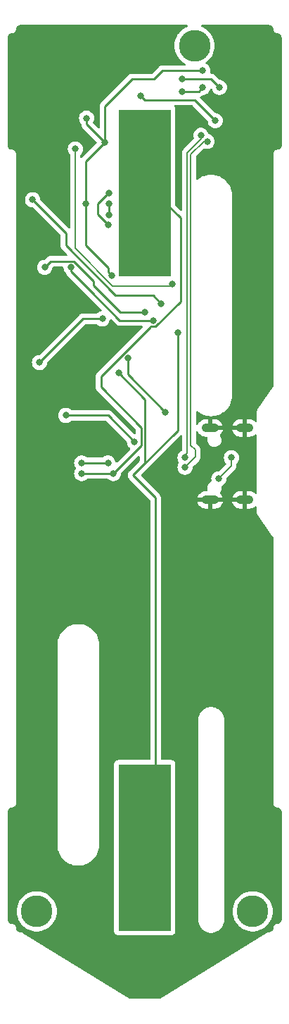
<source format=gbl>
G04 #@! TF.GenerationSoftware,KiCad,Pcbnew,(6.0.0-0)*
G04 #@! TF.CreationDate,2022-01-04T22:04:22+01:00*
G04 #@! TF.ProjectId,floaty,666c6f61-7479-42e6-9b69-6361645f7063,0.0.1a*
G04 #@! TF.SameCoordinates,Original*
G04 #@! TF.FileFunction,Copper,L2,Bot*
G04 #@! TF.FilePolarity,Positive*
%FSLAX46Y46*%
G04 Gerber Fmt 4.6, Leading zero omitted, Abs format (unit mm)*
G04 Created by KiCad (PCBNEW (6.0.0-0)) date 2022-01-04 22:04:22*
%MOMM*%
%LPD*%
G01*
G04 APERTURE LIST*
G04 #@! TA.AperFunction,SMDPad,CuDef*
%ADD10R,6.350000X20.000000*%
G04 #@! TD*
G04 #@! TA.AperFunction,ComponentPad*
%ADD11O,2.100000X1.050000*%
G04 #@! TD*
G04 #@! TA.AperFunction,ComponentPad*
%ADD12C,3.800000*%
G04 #@! TD*
G04 #@! TA.AperFunction,ViaPad*
%ADD13C,0.800000*%
G04 #@! TD*
G04 #@! TA.AperFunction,Conductor*
%ADD14C,0.250000*%
G04 #@! TD*
G04 #@! TA.AperFunction,Conductor*
%ADD15C,0.200000*%
G04 #@! TD*
G04 APERTURE END LIST*
D10*
X113000000Y-157330000D03*
X113000000Y-78670000D03*
D11*
X120872500Y-115572000D03*
X120872500Y-106932000D03*
X125052500Y-115572000D03*
X125052500Y-106932000D03*
D12*
X119000000Y-61000000D03*
X100000000Y-165000000D03*
X126000000Y-165000000D03*
D13*
X127508000Y-81280000D03*
X127508000Y-87630000D03*
X127508000Y-85090000D03*
X127508000Y-82550000D03*
X127508000Y-86360000D03*
X127508000Y-83820000D03*
X109220000Y-114300000D03*
X107315000Y-114300000D03*
X105410000Y-114300000D03*
X103505000Y-114300000D03*
X101600000Y-114300000D03*
X99695000Y-114300000D03*
X124460000Y-87630000D03*
X124460000Y-86360000D03*
X124460000Y-85090000D03*
X124460000Y-83820000D03*
X124460000Y-82550000D03*
X124460000Y-81280000D03*
X106000000Y-69700000D03*
X111760000Y-108585000D03*
X103505000Y-105410000D03*
X109220000Y-112395000D03*
X105410000Y-112395000D03*
X108585000Y-111125000D03*
X105410000Y-111125000D03*
X100330000Y-99060000D03*
X109855000Y-100330000D03*
X100965000Y-87630000D03*
X104140000Y-87630000D03*
X109016800Y-88646000D03*
X108000000Y-66000000D03*
X107000000Y-66000000D03*
X106000000Y-66000000D03*
X108000000Y-65000000D03*
X107000000Y-65000000D03*
X106000000Y-65000000D03*
X115000000Y-92000000D03*
X99500000Y-79500000D03*
X117000000Y-95500000D03*
X107900000Y-93800000D03*
X111000000Y-98500000D03*
X115500000Y-105000000D03*
X113000000Y-93000000D03*
X114000000Y-94000000D03*
X112500000Y-67000000D03*
X121500000Y-70000000D03*
X120000000Y-64000000D03*
X117500000Y-65000000D03*
X117500000Y-66500000D03*
X120000000Y-66000000D03*
X122000000Y-66000000D03*
X121920000Y-113030000D03*
X123444000Y-110490000D03*
X105918000Y-80010000D03*
X108204000Y-72644000D03*
X117856000Y-110490000D03*
X119770768Y-71764768D03*
X120513232Y-72507232D03*
X117856000Y-111633000D03*
X108712000Y-78740000D03*
X108600000Y-82550000D03*
X108712000Y-80010000D03*
X108700000Y-81300000D03*
X104648000Y-73406000D03*
X116332000Y-89662000D03*
D14*
X105918000Y-80010000D02*
X105918000Y-84963000D01*
X105918000Y-84963000D02*
X108600000Y-87645000D01*
X108600000Y-87645000D02*
X108600000Y-88229200D01*
X108600000Y-88229200D02*
X109016800Y-88646000D01*
X120000000Y-64000000D02*
X115145978Y-64000000D01*
X114145978Y-65000000D02*
X111500000Y-65000000D01*
X115145978Y-64000000D02*
X114145978Y-65000000D01*
X111500000Y-65000000D02*
X108204000Y-68296000D01*
X108204000Y-68296000D02*
X108204000Y-72644000D01*
D15*
X118110000Y-109982000D02*
X117856000Y-110236000D01*
X117856000Y-110236000D02*
X117856000Y-110490000D01*
X118524012Y-110981511D02*
X118507489Y-110981511D01*
X118507489Y-110981511D02*
X117856000Y-111633000D01*
D14*
X112500000Y-67000000D02*
X113000000Y-67500000D01*
X113000000Y-67500000D02*
X119000000Y-67500000D01*
X119000000Y-67500000D02*
X121500000Y-70000000D01*
X108712000Y-80010000D02*
X108712000Y-81288000D01*
X108712000Y-81288000D02*
X108700000Y-81300000D01*
X108712000Y-78740000D02*
X108585000Y-78740000D01*
X108585000Y-78740000D02*
X107315000Y-80010000D01*
X107315000Y-80010000D02*
X107315000Y-81265000D01*
X107315000Y-81265000D02*
X108600000Y-82550000D01*
X106000000Y-69700000D02*
X106000000Y-70440000D01*
X106000000Y-70440000D02*
X108204000Y-72644000D01*
X113699897Y-94724511D02*
X113699897Y-94775489D01*
X113699897Y-94775489D02*
X107739408Y-100735978D01*
X107739408Y-100735978D02*
X107739408Y-102024408D01*
X112580480Y-109034520D02*
X109220000Y-112395000D01*
X107739408Y-102024408D02*
X112580480Y-106865480D01*
X112580480Y-106865480D02*
X112580480Y-109034520D01*
X108585000Y-105410000D02*
X111760000Y-108585000D01*
X103505000Y-105410000D02*
X108585000Y-105410000D01*
X105410000Y-112395000D02*
X109220000Y-112395000D01*
X105410000Y-111125000D02*
X108585000Y-111125000D01*
D15*
X104648000Y-73406000D02*
X104648000Y-85344000D01*
X116140489Y-89853511D02*
X116332000Y-89662000D01*
X104648000Y-85344000D02*
X109157511Y-89853511D01*
X109157511Y-89853511D02*
X116140489Y-89853511D01*
D14*
X105590000Y-93800000D02*
X100330000Y-99060000D01*
X107900000Y-93800000D02*
X105590000Y-93800000D01*
X109855000Y-100330000D02*
X113030000Y-103505000D01*
X113030000Y-103505000D02*
X113030000Y-111170000D01*
X113030000Y-111170000D02*
X111600000Y-112600000D01*
X104440103Y-86905489D02*
X101689511Y-86905489D01*
X101689511Y-86905489D02*
X100965000Y-87630000D01*
X106800103Y-89265489D02*
X104440103Y-86905489D01*
X106800103Y-89775489D02*
X106800103Y-89265489D01*
X104140000Y-88140000D02*
X104140000Y-87630000D01*
X106500000Y-90500000D02*
X104140000Y-88140000D01*
X103500000Y-83500000D02*
X103500000Y-85000000D01*
X103500000Y-85000000D02*
X109500000Y-91000000D01*
X99500000Y-79500000D02*
X103500000Y-83500000D01*
X114000000Y-91000000D02*
X115000000Y-92000000D01*
X109500000Y-91000000D02*
X114000000Y-91000000D01*
X105918000Y-80010000D02*
X105918000Y-74930000D01*
X117000000Y-107200000D02*
X117000000Y-95500000D01*
X111600000Y-112600000D02*
X117000000Y-107200000D01*
X114300000Y-115300000D02*
X111600000Y-112600000D01*
X114300000Y-157330000D02*
X114300000Y-115300000D01*
X114300103Y-94724511D02*
X117300000Y-91724614D01*
X117300000Y-91724614D02*
X117300000Y-81670000D01*
X117300000Y-81670000D02*
X114300000Y-78670000D01*
X113699897Y-94724511D02*
X114300103Y-94724511D01*
X113000000Y-93000000D02*
X110024614Y-93000000D01*
X110024614Y-93000000D02*
X106800103Y-89775489D01*
X110000000Y-94000000D02*
X106500000Y-90500000D01*
X111000000Y-100500000D02*
X111000000Y-98500000D01*
X115500000Y-105000000D02*
X111000000Y-100500000D01*
X110000000Y-94000000D02*
X114000000Y-94000000D01*
X121000000Y-65000000D02*
X117500000Y-65000000D01*
X122000000Y-66000000D02*
X121000000Y-65000000D01*
X119500000Y-66500000D02*
X117500000Y-66500000D01*
X120000000Y-66000000D02*
X119500000Y-66500000D01*
D15*
X123444000Y-111506000D02*
X121920000Y-113030000D01*
X123444000Y-110490000D02*
X123444000Y-111506000D01*
D14*
X108204000Y-72644000D02*
X105918000Y-74930000D01*
D15*
X119770768Y-72189033D02*
X119770768Y-71764768D01*
X118110000Y-73849801D02*
X119770768Y-72189033D01*
X118110000Y-109982000D02*
X118110000Y-73849801D01*
X120088967Y-72507232D02*
X120513232Y-72507232D01*
X118560000Y-74036199D02*
X120088967Y-72507232D01*
X119109511Y-110396012D02*
X119109511Y-109567988D01*
X118560000Y-109018477D02*
X118560000Y-74036199D01*
X119109511Y-109567988D02*
X118560000Y-109018477D01*
X118524012Y-110981511D02*
X119109511Y-110396012D01*
G04 #@! TA.AperFunction,Conductor*
G36*
X118159055Y-58528002D02*
G01*
X118205548Y-58581658D01*
X118215652Y-58651932D01*
X118186158Y-58716512D01*
X118137318Y-58751152D01*
X117976157Y-58814960D01*
X117976152Y-58814962D01*
X117972483Y-58816415D01*
X117969015Y-58818321D01*
X117969014Y-58818322D01*
X117710843Y-58960254D01*
X117706910Y-58962416D01*
X117461729Y-59140550D01*
X117458843Y-59143261D01*
X117458842Y-59143261D01*
X117368153Y-59228423D01*
X117240808Y-59348008D01*
X117125837Y-59486984D01*
X117053800Y-59574062D01*
X117047630Y-59581520D01*
X117026168Y-59615339D01*
X116909023Y-59799930D01*
X116885242Y-59837402D01*
X116827434Y-59960251D01*
X116788646Y-60042681D01*
X116756206Y-60111619D01*
X116662555Y-60399846D01*
X116605767Y-60697538D01*
X116586738Y-61000000D01*
X116605767Y-61302462D01*
X116662555Y-61600154D01*
X116756206Y-61888381D01*
X116885242Y-62162598D01*
X117047630Y-62418480D01*
X117240808Y-62651992D01*
X117461729Y-62859450D01*
X117706910Y-63037584D01*
X117710379Y-63039491D01*
X117710382Y-63039493D01*
X117875169Y-63130086D01*
X117925228Y-63180431D01*
X117940121Y-63249848D01*
X117915120Y-63316297D01*
X117858163Y-63358681D01*
X117814468Y-63366500D01*
X115224746Y-63366500D01*
X115213563Y-63365973D01*
X115206070Y-63364298D01*
X115198144Y-63364547D01*
X115198143Y-63364547D01*
X115137980Y-63366438D01*
X115134022Y-63366500D01*
X115106122Y-63366500D01*
X115102132Y-63367004D01*
X115090298Y-63367936D01*
X115046089Y-63369326D01*
X115038473Y-63371539D01*
X115038471Y-63371539D01*
X115026630Y-63374979D01*
X115007271Y-63378988D01*
X115005961Y-63379154D01*
X114987181Y-63381526D01*
X114979815Y-63384442D01*
X114979809Y-63384444D01*
X114946076Y-63397800D01*
X114934846Y-63401645D01*
X114899995Y-63411770D01*
X114892385Y-63413981D01*
X114885562Y-63418016D01*
X114874944Y-63424295D01*
X114857191Y-63432992D01*
X114849546Y-63436019D01*
X114838361Y-63440448D01*
X114831946Y-63445109D01*
X114802590Y-63466437D01*
X114792673Y-63472951D01*
X114754616Y-63495458D01*
X114740295Y-63509779D01*
X114725262Y-63522619D01*
X114708871Y-63534528D01*
X114703821Y-63540632D01*
X114703816Y-63540637D01*
X114680685Y-63568598D01*
X114672695Y-63577379D01*
X113920477Y-64329596D01*
X113858165Y-64363621D01*
X113831382Y-64366500D01*
X111578767Y-64366500D01*
X111567584Y-64365973D01*
X111560091Y-64364298D01*
X111552165Y-64364547D01*
X111552164Y-64364547D01*
X111492001Y-64366438D01*
X111488043Y-64366500D01*
X111460144Y-64366500D01*
X111456154Y-64367004D01*
X111444320Y-64367936D01*
X111400111Y-64369326D01*
X111392497Y-64371538D01*
X111392492Y-64371539D01*
X111380659Y-64374977D01*
X111361296Y-64378988D01*
X111341203Y-64381526D01*
X111333836Y-64384443D01*
X111333831Y-64384444D01*
X111300092Y-64397802D01*
X111288865Y-64401646D01*
X111246407Y-64413982D01*
X111239581Y-64418019D01*
X111228972Y-64424293D01*
X111211224Y-64432988D01*
X111192383Y-64440448D01*
X111185967Y-64445110D01*
X111185966Y-64445110D01*
X111156613Y-64466436D01*
X111146693Y-64472952D01*
X111115465Y-64491420D01*
X111115462Y-64491422D01*
X111108638Y-64495458D01*
X111094317Y-64509779D01*
X111079284Y-64522619D01*
X111062893Y-64534528D01*
X111054217Y-64545016D01*
X111034702Y-64568605D01*
X111026712Y-64577384D01*
X107811747Y-67792348D01*
X107803461Y-67799888D01*
X107796982Y-67804000D01*
X107791557Y-67809777D01*
X107750357Y-67853651D01*
X107747602Y-67856493D01*
X107727865Y-67876230D01*
X107725385Y-67879427D01*
X107717682Y-67888447D01*
X107687414Y-67920679D01*
X107683595Y-67927625D01*
X107683593Y-67927628D01*
X107677652Y-67938434D01*
X107666801Y-67954953D01*
X107654386Y-67970959D01*
X107651241Y-67978228D01*
X107651238Y-67978232D01*
X107636826Y-68011537D01*
X107631609Y-68022187D01*
X107610305Y-68060940D01*
X107608334Y-68068615D01*
X107608334Y-68068616D01*
X107605267Y-68080562D01*
X107598863Y-68099266D01*
X107590819Y-68117855D01*
X107589580Y-68125678D01*
X107589577Y-68125688D01*
X107583901Y-68161524D01*
X107581495Y-68173144D01*
X107570500Y-68215970D01*
X107570500Y-68236224D01*
X107568949Y-68255934D01*
X107565780Y-68275943D01*
X107566526Y-68283835D01*
X107569941Y-68319961D01*
X107570500Y-68331819D01*
X107570500Y-70810405D01*
X107550498Y-70878526D01*
X107496842Y-70925019D01*
X107426568Y-70935123D01*
X107361988Y-70905629D01*
X107355404Y-70899500D01*
X107141888Y-70685983D01*
X106790498Y-70334593D01*
X106756473Y-70272281D01*
X106761538Y-70201465D01*
X106770475Y-70182498D01*
X106831223Y-70077279D01*
X106831224Y-70077278D01*
X106834527Y-70071556D01*
X106893542Y-69889928D01*
X106913504Y-69700000D01*
X106893542Y-69510072D01*
X106834527Y-69328444D01*
X106739040Y-69163056D01*
X106641382Y-69054595D01*
X106615675Y-69026045D01*
X106615674Y-69026044D01*
X106611253Y-69021134D01*
X106456752Y-68908882D01*
X106450724Y-68906198D01*
X106450722Y-68906197D01*
X106288319Y-68833891D01*
X106288318Y-68833891D01*
X106282288Y-68831206D01*
X106188888Y-68811353D01*
X106101944Y-68792872D01*
X106101939Y-68792872D01*
X106095487Y-68791500D01*
X105904513Y-68791500D01*
X105898061Y-68792872D01*
X105898056Y-68792872D01*
X105811112Y-68811353D01*
X105717712Y-68831206D01*
X105711682Y-68833891D01*
X105711681Y-68833891D01*
X105549278Y-68906197D01*
X105549276Y-68906198D01*
X105543248Y-68908882D01*
X105388747Y-69021134D01*
X105384326Y-69026044D01*
X105384325Y-69026045D01*
X105358619Y-69054595D01*
X105260960Y-69163056D01*
X105165473Y-69328444D01*
X105106458Y-69510072D01*
X105086496Y-69700000D01*
X105106458Y-69889928D01*
X105165473Y-70071556D01*
X105260960Y-70236944D01*
X105332527Y-70316427D01*
X105363243Y-70380433D01*
X105364828Y-70396777D01*
X105366438Y-70447986D01*
X105366500Y-70451945D01*
X105366500Y-70479856D01*
X105366997Y-70483790D01*
X105366997Y-70483791D01*
X105367005Y-70483856D01*
X105367938Y-70495693D01*
X105369327Y-70539889D01*
X105374978Y-70559339D01*
X105378987Y-70578700D01*
X105381526Y-70598797D01*
X105384445Y-70606168D01*
X105384445Y-70606170D01*
X105397804Y-70639912D01*
X105401649Y-70651142D01*
X105411771Y-70685983D01*
X105413982Y-70693593D01*
X105418015Y-70700412D01*
X105418017Y-70700417D01*
X105424293Y-70711028D01*
X105432988Y-70728776D01*
X105440448Y-70747617D01*
X105445110Y-70754033D01*
X105445110Y-70754034D01*
X105466436Y-70783387D01*
X105472952Y-70793307D01*
X105495458Y-70831362D01*
X105509779Y-70845683D01*
X105522619Y-70860716D01*
X105534528Y-70877107D01*
X105568605Y-70905298D01*
X105577384Y-70913288D01*
X107219001Y-72554905D01*
X107253027Y-72617217D01*
X107247962Y-72688032D01*
X107219003Y-72733092D01*
X105525747Y-74426348D01*
X105517461Y-74433888D01*
X105510982Y-74438000D01*
X105505557Y-74443777D01*
X105474350Y-74477009D01*
X105413137Y-74512975D01*
X105342197Y-74510136D01*
X105284053Y-74469396D01*
X105257165Y-74403688D01*
X105256500Y-74390756D01*
X105256500Y-74136290D01*
X105276502Y-74068169D01*
X105288864Y-74051980D01*
X105382621Y-73947852D01*
X105382622Y-73947851D01*
X105387040Y-73942944D01*
X105460656Y-73815437D01*
X105479223Y-73783279D01*
X105479224Y-73783278D01*
X105482527Y-73777556D01*
X105541542Y-73595928D01*
X105542290Y-73588816D01*
X105560814Y-73412565D01*
X105561504Y-73406000D01*
X105553490Y-73329748D01*
X105542232Y-73222635D01*
X105542232Y-73222633D01*
X105541542Y-73216072D01*
X105482527Y-73034444D01*
X105475899Y-73022963D01*
X105390341Y-72874774D01*
X105387040Y-72869056D01*
X105363133Y-72842504D01*
X105263675Y-72732045D01*
X105263674Y-72732044D01*
X105259253Y-72727134D01*
X105104752Y-72614882D01*
X105098724Y-72612198D01*
X105098722Y-72612197D01*
X104936319Y-72539891D01*
X104936318Y-72539891D01*
X104930288Y-72537206D01*
X104820158Y-72513797D01*
X104749944Y-72498872D01*
X104749939Y-72498872D01*
X104743487Y-72497500D01*
X104552513Y-72497500D01*
X104546061Y-72498872D01*
X104546056Y-72498872D01*
X104475842Y-72513797D01*
X104365712Y-72537206D01*
X104359682Y-72539891D01*
X104359681Y-72539891D01*
X104197278Y-72612197D01*
X104197276Y-72612198D01*
X104191248Y-72614882D01*
X104036747Y-72727134D01*
X104032326Y-72732044D01*
X104032325Y-72732045D01*
X103932868Y-72842504D01*
X103908960Y-72869056D01*
X103905659Y-72874774D01*
X103820102Y-73022963D01*
X103813473Y-73034444D01*
X103754458Y-73216072D01*
X103753768Y-73222633D01*
X103753768Y-73222635D01*
X103742510Y-73329748D01*
X103734496Y-73406000D01*
X103735186Y-73412565D01*
X103753711Y-73588816D01*
X103754458Y-73595928D01*
X103813473Y-73777556D01*
X103816776Y-73783278D01*
X103816777Y-73783279D01*
X103835344Y-73815437D01*
X103908960Y-73942944D01*
X103913378Y-73947851D01*
X103913379Y-73947852D01*
X104007136Y-74051980D01*
X104037854Y-74115987D01*
X104039500Y-74136290D01*
X104039500Y-82839405D01*
X104019498Y-82907526D01*
X103965842Y-82954019D01*
X103895568Y-82964123D01*
X103830988Y-82934629D01*
X103824405Y-82928500D01*
X100447122Y-79551217D01*
X100413096Y-79488905D01*
X100410907Y-79475292D01*
X100394232Y-79316635D01*
X100394232Y-79316633D01*
X100393542Y-79310072D01*
X100334527Y-79128444D01*
X100239040Y-78963056D01*
X100111253Y-78821134D01*
X99956752Y-78708882D01*
X99950724Y-78706198D01*
X99950722Y-78706197D01*
X99788319Y-78633891D01*
X99788318Y-78633891D01*
X99782288Y-78631206D01*
X99688887Y-78611353D01*
X99601944Y-78592872D01*
X99601939Y-78592872D01*
X99595487Y-78591500D01*
X99404513Y-78591500D01*
X99398061Y-78592872D01*
X99398056Y-78592872D01*
X99311113Y-78611353D01*
X99217712Y-78631206D01*
X99211682Y-78633891D01*
X99211681Y-78633891D01*
X99049278Y-78706197D01*
X99049276Y-78706198D01*
X99043248Y-78708882D01*
X98888747Y-78821134D01*
X98760960Y-78963056D01*
X98665473Y-79128444D01*
X98606458Y-79310072D01*
X98605768Y-79316633D01*
X98605768Y-79316635D01*
X98589843Y-79468153D01*
X98586496Y-79500000D01*
X98587186Y-79506565D01*
X98594764Y-79578661D01*
X98606458Y-79689928D01*
X98665473Y-79871556D01*
X98760960Y-80036944D01*
X98888747Y-80178866D01*
X99043248Y-80291118D01*
X99049276Y-80293802D01*
X99049278Y-80293803D01*
X99211681Y-80366109D01*
X99217712Y-80368794D01*
X99311113Y-80388647D01*
X99398056Y-80407128D01*
X99398061Y-80407128D01*
X99404513Y-80408500D01*
X99460406Y-80408500D01*
X99528527Y-80428502D01*
X99549501Y-80445405D01*
X102829595Y-83725499D01*
X102863621Y-83787811D01*
X102866500Y-83814594D01*
X102866500Y-84921233D01*
X102865973Y-84932416D01*
X102864298Y-84939909D01*
X102864547Y-84947835D01*
X102864547Y-84947836D01*
X102866438Y-85007986D01*
X102866500Y-85011945D01*
X102866500Y-85039856D01*
X102866997Y-85043790D01*
X102866997Y-85043791D01*
X102867005Y-85043856D01*
X102867938Y-85055693D01*
X102869327Y-85099889D01*
X102874978Y-85119339D01*
X102878987Y-85138700D01*
X102881526Y-85158797D01*
X102884445Y-85166168D01*
X102884445Y-85166170D01*
X102897804Y-85199912D01*
X102901649Y-85211142D01*
X102913982Y-85253593D01*
X102918015Y-85260412D01*
X102918017Y-85260417D01*
X102924293Y-85271028D01*
X102932988Y-85288776D01*
X102940448Y-85307617D01*
X102945110Y-85314033D01*
X102945110Y-85314034D01*
X102966436Y-85343387D01*
X102972952Y-85353307D01*
X102995458Y-85391362D01*
X103009779Y-85405683D01*
X103022619Y-85420716D01*
X103034528Y-85437107D01*
X103040634Y-85442158D01*
X103068605Y-85465298D01*
X103077384Y-85473288D01*
X103660990Y-86056894D01*
X103695016Y-86119206D01*
X103689951Y-86190021D01*
X103647404Y-86246857D01*
X103580884Y-86271668D01*
X103571895Y-86271989D01*
X101768278Y-86271989D01*
X101757095Y-86271462D01*
X101749602Y-86269787D01*
X101741676Y-86270036D01*
X101741675Y-86270036D01*
X101681525Y-86271927D01*
X101677566Y-86271989D01*
X101649655Y-86271989D01*
X101645721Y-86272486D01*
X101645720Y-86272486D01*
X101645655Y-86272494D01*
X101633818Y-86273427D01*
X101602001Y-86274427D01*
X101597540Y-86274567D01*
X101589621Y-86274816D01*
X101571965Y-86279945D01*
X101570169Y-86280467D01*
X101550817Y-86284475D01*
X101543746Y-86285369D01*
X101530714Y-86287015D01*
X101523345Y-86289932D01*
X101523343Y-86289933D01*
X101489608Y-86303289D01*
X101478380Y-86307134D01*
X101435918Y-86319471D01*
X101429096Y-86323505D01*
X101429090Y-86323508D01*
X101418479Y-86329783D01*
X101400729Y-86338479D01*
X101389267Y-86343017D01*
X101389262Y-86343020D01*
X101381894Y-86345937D01*
X101375479Y-86350598D01*
X101346136Y-86371916D01*
X101336218Y-86378432D01*
X101317530Y-86389484D01*
X101298148Y-86400947D01*
X101283824Y-86415271D01*
X101268792Y-86428110D01*
X101252404Y-86440017D01*
X101224223Y-86474082D01*
X101216233Y-86482862D01*
X101014500Y-86684595D01*
X100952188Y-86718621D01*
X100925405Y-86721500D01*
X100869513Y-86721500D01*
X100863061Y-86722872D01*
X100863056Y-86722872D01*
X100776113Y-86741353D01*
X100682712Y-86761206D01*
X100676682Y-86763891D01*
X100676681Y-86763891D01*
X100514278Y-86836197D01*
X100514276Y-86836198D01*
X100508248Y-86838882D01*
X100353747Y-86951134D01*
X100225960Y-87093056D01*
X100222659Y-87098774D01*
X100145566Y-87232303D01*
X100130473Y-87258444D01*
X100071458Y-87440072D01*
X100070768Y-87446633D01*
X100070768Y-87446635D01*
X100060759Y-87541868D01*
X100051496Y-87630000D01*
X100052186Y-87636565D01*
X100067783Y-87784958D01*
X100071458Y-87819928D01*
X100130473Y-88001556D01*
X100225960Y-88166944D01*
X100230378Y-88171851D01*
X100230379Y-88171852D01*
X100349325Y-88303955D01*
X100353747Y-88308866D01*
X100396466Y-88339903D01*
X100479756Y-88400417D01*
X100508248Y-88421118D01*
X100514276Y-88423802D01*
X100514278Y-88423803D01*
X100648107Y-88483387D01*
X100682712Y-88498794D01*
X100776113Y-88518647D01*
X100863056Y-88537128D01*
X100863061Y-88537128D01*
X100869513Y-88538500D01*
X101060487Y-88538500D01*
X101066939Y-88537128D01*
X101066944Y-88537128D01*
X101153887Y-88518647D01*
X101247288Y-88498794D01*
X101281893Y-88483387D01*
X101415722Y-88423803D01*
X101415724Y-88423802D01*
X101421752Y-88421118D01*
X101450245Y-88400417D01*
X101533534Y-88339903D01*
X101576253Y-88308866D01*
X101580675Y-88303955D01*
X101699621Y-88171852D01*
X101699622Y-88171851D01*
X101704040Y-88166944D01*
X101799527Y-88001556D01*
X101858542Y-87819928D01*
X101862218Y-87784958D01*
X101875907Y-87654707D01*
X101902920Y-87589050D01*
X101912122Y-87578782D01*
X101915010Y-87575894D01*
X101977322Y-87541868D01*
X102004105Y-87538989D01*
X103103479Y-87538989D01*
X103171600Y-87558991D01*
X103218093Y-87612647D01*
X103228789Y-87651818D01*
X103242783Y-87784958D01*
X103246458Y-87819928D01*
X103305473Y-88001556D01*
X103400960Y-88166944D01*
X103507807Y-88285610D01*
X103531318Y-88323528D01*
X103537807Y-88339917D01*
X103541648Y-88351138D01*
X103553982Y-88393593D01*
X103558015Y-88400412D01*
X103558017Y-88400417D01*
X103564293Y-88411028D01*
X103572988Y-88428776D01*
X103580448Y-88447617D01*
X103585110Y-88454033D01*
X103585110Y-88454034D01*
X103606436Y-88483387D01*
X103612952Y-88493307D01*
X103635458Y-88531362D01*
X103649779Y-88545683D01*
X103662619Y-88560716D01*
X103674528Y-88577107D01*
X103680634Y-88582158D01*
X103708605Y-88605298D01*
X103717384Y-88613288D01*
X106080230Y-90976135D01*
X106080233Y-90976137D01*
X107798006Y-92693910D01*
X107832032Y-92756222D01*
X107826967Y-92827037D01*
X107784420Y-92883873D01*
X107735109Y-92906251D01*
X107624176Y-92929831D01*
X107624167Y-92929834D01*
X107617712Y-92931206D01*
X107611682Y-92933891D01*
X107611681Y-92933891D01*
X107449278Y-93006197D01*
X107449276Y-93006198D01*
X107443248Y-93008882D01*
X107437907Y-93012762D01*
X107437906Y-93012763D01*
X107329347Y-93091636D01*
X107288747Y-93121134D01*
X107284332Y-93126037D01*
X107279420Y-93130460D01*
X107278295Y-93129211D01*
X107224986Y-93162051D01*
X107191800Y-93166500D01*
X105668763Y-93166500D01*
X105657579Y-93165973D01*
X105650091Y-93164299D01*
X105642168Y-93164548D01*
X105582033Y-93166438D01*
X105578075Y-93166500D01*
X105550144Y-93166500D01*
X105546229Y-93166995D01*
X105546225Y-93166995D01*
X105546167Y-93167003D01*
X105546138Y-93167006D01*
X105534296Y-93167939D01*
X105490110Y-93169327D01*
X105472744Y-93174372D01*
X105470658Y-93174978D01*
X105451306Y-93178986D01*
X105444235Y-93179880D01*
X105431203Y-93181526D01*
X105423834Y-93184443D01*
X105423832Y-93184444D01*
X105390097Y-93197800D01*
X105378869Y-93201645D01*
X105336407Y-93213982D01*
X105329585Y-93218016D01*
X105329579Y-93218019D01*
X105318968Y-93224294D01*
X105301218Y-93232990D01*
X105289756Y-93237528D01*
X105289751Y-93237531D01*
X105282383Y-93240448D01*
X105275968Y-93245109D01*
X105246625Y-93266427D01*
X105236707Y-93272943D01*
X105218019Y-93283995D01*
X105198637Y-93295458D01*
X105184313Y-93309782D01*
X105169281Y-93322621D01*
X105152893Y-93334528D01*
X105124712Y-93368593D01*
X105116722Y-93377373D01*
X100379500Y-98114595D01*
X100317188Y-98148621D01*
X100290405Y-98151500D01*
X100234513Y-98151500D01*
X100228061Y-98152872D01*
X100228056Y-98152872D01*
X100141112Y-98171353D01*
X100047712Y-98191206D01*
X100041682Y-98193891D01*
X100041681Y-98193891D01*
X99879278Y-98266197D01*
X99879276Y-98266198D01*
X99873248Y-98268882D01*
X99718747Y-98381134D01*
X99714326Y-98386044D01*
X99714325Y-98386045D01*
X99605809Y-98506565D01*
X99590960Y-98523056D01*
X99495473Y-98688444D01*
X99436458Y-98870072D01*
X99435768Y-98876633D01*
X99435768Y-98876635D01*
X99421879Y-99008782D01*
X99416496Y-99060000D01*
X99417186Y-99066565D01*
X99430257Y-99190924D01*
X99436458Y-99249928D01*
X99495473Y-99431556D01*
X99590960Y-99596944D01*
X99718747Y-99738866D01*
X99873248Y-99851118D01*
X99879276Y-99853802D01*
X99879278Y-99853803D01*
X100041681Y-99926109D01*
X100047712Y-99928794D01*
X100141112Y-99948647D01*
X100228056Y-99967128D01*
X100228061Y-99967128D01*
X100234513Y-99968500D01*
X100425487Y-99968500D01*
X100431939Y-99967128D01*
X100431944Y-99967128D01*
X100518888Y-99948647D01*
X100612288Y-99928794D01*
X100618319Y-99926109D01*
X100780722Y-99853803D01*
X100780724Y-99853802D01*
X100786752Y-99851118D01*
X100941253Y-99738866D01*
X101069040Y-99596944D01*
X101164527Y-99431556D01*
X101223542Y-99249928D01*
X101229744Y-99190924D01*
X101240907Y-99084707D01*
X101267920Y-99019050D01*
X101277122Y-99008782D01*
X105815499Y-94470405D01*
X105877811Y-94436379D01*
X105904594Y-94433500D01*
X107191800Y-94433500D01*
X107259921Y-94453502D01*
X107279147Y-94469843D01*
X107279420Y-94469540D01*
X107284332Y-94473963D01*
X107288747Y-94478866D01*
X107443248Y-94591118D01*
X107449276Y-94593802D01*
X107449278Y-94593803D01*
X107549039Y-94638219D01*
X107617712Y-94668794D01*
X107711113Y-94688647D01*
X107798056Y-94707128D01*
X107798061Y-94707128D01*
X107804513Y-94708500D01*
X107995487Y-94708500D01*
X108001939Y-94707128D01*
X108001944Y-94707128D01*
X108088888Y-94688647D01*
X108182288Y-94668794D01*
X108250961Y-94638219D01*
X108350722Y-94593803D01*
X108350724Y-94593802D01*
X108356752Y-94591118D01*
X108511253Y-94478866D01*
X108534091Y-94453502D01*
X108634621Y-94341852D01*
X108634622Y-94341851D01*
X108639040Y-94336944D01*
X108734527Y-94171556D01*
X108793542Y-93989928D01*
X108794232Y-93983366D01*
X108794233Y-93983360D01*
X108794509Y-93980734D01*
X108795092Y-93979316D01*
X108795606Y-93976900D01*
X108796048Y-93976994D01*
X108821526Y-93915079D01*
X108879749Y-93874453D01*
X108950695Y-93871754D01*
X109008913Y-93904817D01*
X109496343Y-94392247D01*
X109503887Y-94400537D01*
X109508000Y-94407018D01*
X109513777Y-94412443D01*
X109557667Y-94453658D01*
X109560509Y-94456413D01*
X109580230Y-94476134D01*
X109583425Y-94478612D01*
X109592447Y-94486318D01*
X109624679Y-94516586D01*
X109631628Y-94520406D01*
X109642432Y-94526346D01*
X109658956Y-94537199D01*
X109674959Y-94549613D01*
X109715543Y-94567176D01*
X109726173Y-94572383D01*
X109764940Y-94593695D01*
X109772617Y-94595666D01*
X109772622Y-94595668D01*
X109784558Y-94598732D01*
X109803266Y-94605137D01*
X109821855Y-94613181D01*
X109829680Y-94614420D01*
X109829682Y-94614421D01*
X109865519Y-94620097D01*
X109877140Y-94622504D01*
X109911035Y-94631206D01*
X109919970Y-94633500D01*
X109940231Y-94633500D01*
X109959940Y-94635051D01*
X109979943Y-94638219D01*
X109987835Y-94637473D01*
X109993062Y-94636979D01*
X110023954Y-94634059D01*
X110035811Y-94633500D01*
X112641791Y-94633500D01*
X112709912Y-94653502D01*
X112756405Y-94707158D01*
X112766509Y-94777432D01*
X112737015Y-94842012D01*
X112730886Y-94848595D01*
X107347155Y-100232326D01*
X107338869Y-100239866D01*
X107332390Y-100243978D01*
X107326965Y-100249755D01*
X107285765Y-100293629D01*
X107283010Y-100296471D01*
X107263273Y-100316208D01*
X107260793Y-100319405D01*
X107253090Y-100328425D01*
X107222822Y-100360657D01*
X107219003Y-100367603D01*
X107219001Y-100367606D01*
X107213060Y-100378412D01*
X107202209Y-100394931D01*
X107189794Y-100410937D01*
X107186649Y-100418206D01*
X107186646Y-100418210D01*
X107172234Y-100451515D01*
X107167017Y-100462165D01*
X107145713Y-100500918D01*
X107143742Y-100508593D01*
X107143742Y-100508594D01*
X107140675Y-100520540D01*
X107134271Y-100539244D01*
X107126227Y-100557833D01*
X107124988Y-100565656D01*
X107124985Y-100565666D01*
X107119309Y-100601502D01*
X107116903Y-100613122D01*
X107105908Y-100655948D01*
X107105908Y-100676202D01*
X107104357Y-100695912D01*
X107101188Y-100715921D01*
X107101934Y-100723813D01*
X107105349Y-100759939D01*
X107105908Y-100771797D01*
X107105908Y-101945641D01*
X107105381Y-101956824D01*
X107103706Y-101964317D01*
X107103955Y-101972243D01*
X107103955Y-101972244D01*
X107105846Y-102032394D01*
X107105908Y-102036353D01*
X107105908Y-102064264D01*
X107106405Y-102068198D01*
X107106405Y-102068199D01*
X107106413Y-102068264D01*
X107107346Y-102080101D01*
X107108735Y-102124297D01*
X107114386Y-102143747D01*
X107118395Y-102163108D01*
X107120934Y-102183205D01*
X107123853Y-102190576D01*
X107123853Y-102190578D01*
X107137212Y-102224320D01*
X107141057Y-102235550D01*
X107153390Y-102278001D01*
X107157423Y-102284820D01*
X107157425Y-102284825D01*
X107163701Y-102295436D01*
X107172396Y-102313184D01*
X107179856Y-102332025D01*
X107184518Y-102338441D01*
X107184518Y-102338442D01*
X107205844Y-102367795D01*
X107212360Y-102377715D01*
X107234866Y-102415770D01*
X107249187Y-102430091D01*
X107262027Y-102445124D01*
X107273936Y-102461515D01*
X107280042Y-102466566D01*
X107308013Y-102489706D01*
X107316792Y-102497696D01*
X111910075Y-107090979D01*
X111944101Y-107153291D01*
X111946980Y-107180074D01*
X111946980Y-107550500D01*
X111926978Y-107618621D01*
X111873322Y-107665114D01*
X111820980Y-107676500D01*
X111799594Y-107676500D01*
X111731473Y-107656498D01*
X111710499Y-107639595D01*
X109088652Y-105017747D01*
X109081112Y-105009461D01*
X109077000Y-105002982D01*
X109027348Y-104956356D01*
X109024507Y-104953602D01*
X109004770Y-104933865D01*
X109001573Y-104931385D01*
X108992551Y-104923680D01*
X108966100Y-104898841D01*
X108960321Y-104893414D01*
X108953375Y-104889595D01*
X108953372Y-104889593D01*
X108942566Y-104883652D01*
X108926047Y-104872801D01*
X108920048Y-104868148D01*
X108910041Y-104860386D01*
X108902772Y-104857241D01*
X108902768Y-104857238D01*
X108869463Y-104842826D01*
X108858813Y-104837609D01*
X108820060Y-104816305D01*
X108800437Y-104811267D01*
X108781734Y-104804863D01*
X108770420Y-104799967D01*
X108770419Y-104799967D01*
X108763145Y-104796819D01*
X108755322Y-104795580D01*
X108755312Y-104795577D01*
X108719476Y-104789901D01*
X108707856Y-104787495D01*
X108672711Y-104778472D01*
X108672710Y-104778472D01*
X108665030Y-104776500D01*
X108644776Y-104776500D01*
X108625065Y-104774949D01*
X108612886Y-104773020D01*
X108605057Y-104771780D01*
X108597165Y-104772526D01*
X108561039Y-104775941D01*
X108549181Y-104776500D01*
X104213200Y-104776500D01*
X104145079Y-104756498D01*
X104125853Y-104740157D01*
X104125580Y-104740460D01*
X104120668Y-104736037D01*
X104116253Y-104731134D01*
X103961752Y-104618882D01*
X103955724Y-104616198D01*
X103955722Y-104616197D01*
X103793319Y-104543891D01*
X103793318Y-104543891D01*
X103787288Y-104541206D01*
X103693887Y-104521353D01*
X103606944Y-104502872D01*
X103606939Y-104502872D01*
X103600487Y-104501500D01*
X103409513Y-104501500D01*
X103403061Y-104502872D01*
X103403056Y-104502872D01*
X103316112Y-104521353D01*
X103222712Y-104541206D01*
X103216682Y-104543891D01*
X103216681Y-104543891D01*
X103054278Y-104616197D01*
X103054276Y-104616198D01*
X103048248Y-104618882D01*
X102893747Y-104731134D01*
X102889326Y-104736044D01*
X102889325Y-104736045D01*
X102780203Y-104857238D01*
X102765960Y-104873056D01*
X102670473Y-105038444D01*
X102611458Y-105220072D01*
X102591496Y-105410000D01*
X102592186Y-105416565D01*
X102600377Y-105494494D01*
X102611458Y-105599928D01*
X102670473Y-105781556D01*
X102673776Y-105787278D01*
X102673777Y-105787279D01*
X102677544Y-105793803D01*
X102765960Y-105946944D01*
X102770378Y-105951851D01*
X102770379Y-105951852D01*
X102886474Y-106080789D01*
X102893747Y-106088866D01*
X102976140Y-106148728D01*
X103040132Y-106195221D01*
X103048248Y-106201118D01*
X103054276Y-106203802D01*
X103054278Y-106203803D01*
X103069448Y-106210557D01*
X103222712Y-106278794D01*
X103316112Y-106298647D01*
X103403056Y-106317128D01*
X103403061Y-106317128D01*
X103409513Y-106318500D01*
X103600487Y-106318500D01*
X103606939Y-106317128D01*
X103606944Y-106317128D01*
X103693887Y-106298647D01*
X103787288Y-106278794D01*
X103940552Y-106210557D01*
X103955722Y-106203803D01*
X103955724Y-106203802D01*
X103961752Y-106201118D01*
X103969869Y-106195221D01*
X104094671Y-106104546D01*
X104116253Y-106088866D01*
X104120668Y-106083963D01*
X104125580Y-106079540D01*
X104126705Y-106080789D01*
X104180014Y-106047949D01*
X104213200Y-106043500D01*
X108270406Y-106043500D01*
X108338527Y-106063502D01*
X108359501Y-106080405D01*
X110812878Y-108533783D01*
X110846904Y-108596095D01*
X110849093Y-108609708D01*
X110865669Y-108767418D01*
X110866458Y-108774928D01*
X110925473Y-108956556D01*
X111020960Y-109121944D01*
X111025378Y-109126851D01*
X111025379Y-109126852D01*
X111074115Y-109180979D01*
X111148747Y-109263866D01*
X111206909Y-109306123D01*
X111250262Y-109362344D01*
X111256338Y-109433080D01*
X111221942Y-109497153D01*
X109694388Y-111024707D01*
X109632076Y-111058733D01*
X109561261Y-111053668D01*
X109504425Y-111011121D01*
X109479983Y-110948783D01*
X109479232Y-110941635D01*
X109479232Y-110941633D01*
X109478542Y-110935072D01*
X109419527Y-110753444D01*
X109324040Y-110588056D01*
X109286781Y-110546675D01*
X109200675Y-110451045D01*
X109200674Y-110451044D01*
X109196253Y-110446134D01*
X109041752Y-110333882D01*
X109035724Y-110331198D01*
X109035722Y-110331197D01*
X108873319Y-110258891D01*
X108873318Y-110258891D01*
X108867288Y-110256206D01*
X108773888Y-110236353D01*
X108686944Y-110217872D01*
X108686939Y-110217872D01*
X108680487Y-110216500D01*
X108489513Y-110216500D01*
X108483061Y-110217872D01*
X108483056Y-110217872D01*
X108396112Y-110236353D01*
X108302712Y-110256206D01*
X108296682Y-110258891D01*
X108296681Y-110258891D01*
X108134278Y-110331197D01*
X108134276Y-110331198D01*
X108128248Y-110333882D01*
X108122907Y-110337762D01*
X108122906Y-110337763D01*
X108042734Y-110396012D01*
X107973747Y-110446134D01*
X107969332Y-110451037D01*
X107964420Y-110455460D01*
X107963295Y-110454211D01*
X107909986Y-110487051D01*
X107876800Y-110491500D01*
X106118200Y-110491500D01*
X106050079Y-110471498D01*
X106030853Y-110455157D01*
X106030580Y-110455460D01*
X106025668Y-110451037D01*
X106021253Y-110446134D01*
X105952266Y-110396012D01*
X105872094Y-110337763D01*
X105872093Y-110337762D01*
X105866752Y-110333882D01*
X105860724Y-110331198D01*
X105860722Y-110331197D01*
X105698319Y-110258891D01*
X105698318Y-110258891D01*
X105692288Y-110256206D01*
X105598888Y-110236353D01*
X105511944Y-110217872D01*
X105511939Y-110217872D01*
X105505487Y-110216500D01*
X105314513Y-110216500D01*
X105308061Y-110217872D01*
X105308056Y-110217872D01*
X105221112Y-110236353D01*
X105127712Y-110256206D01*
X105121682Y-110258891D01*
X105121681Y-110258891D01*
X104959278Y-110331197D01*
X104959276Y-110331198D01*
X104953248Y-110333882D01*
X104798747Y-110446134D01*
X104794326Y-110451044D01*
X104794325Y-110451045D01*
X104708220Y-110546675D01*
X104670960Y-110588056D01*
X104575473Y-110753444D01*
X104516458Y-110935072D01*
X104515768Y-110941633D01*
X104515768Y-110941635D01*
X104508465Y-111011121D01*
X104496496Y-111125000D01*
X104497186Y-111131565D01*
X104514851Y-111299635D01*
X104516458Y-111314928D01*
X104575473Y-111496556D01*
X104578776Y-111502278D01*
X104578777Y-111502279D01*
X104585653Y-111514188D01*
X104670960Y-111661944D01*
X104683338Y-111675691D01*
X104714054Y-111739697D01*
X104705290Y-111810150D01*
X104683339Y-111844307D01*
X104670960Y-111858056D01*
X104575473Y-112023444D01*
X104516458Y-112205072D01*
X104515768Y-112211633D01*
X104515768Y-112211635D01*
X104503695Y-112326507D01*
X104496496Y-112395000D01*
X104497186Y-112401565D01*
X104512592Y-112548141D01*
X104516458Y-112584928D01*
X104575473Y-112766556D01*
X104670960Y-112931944D01*
X104675378Y-112936851D01*
X104675379Y-112936852D01*
X104729700Y-112997182D01*
X104798747Y-113073866D01*
X104953248Y-113186118D01*
X104959276Y-113188802D01*
X104959278Y-113188803D01*
X105121681Y-113261109D01*
X105127712Y-113263794D01*
X105221112Y-113283647D01*
X105308056Y-113302128D01*
X105308061Y-113302128D01*
X105314513Y-113303500D01*
X105505487Y-113303500D01*
X105511939Y-113302128D01*
X105511944Y-113302128D01*
X105598887Y-113283647D01*
X105692288Y-113263794D01*
X105698319Y-113261109D01*
X105860722Y-113188803D01*
X105860724Y-113188802D01*
X105866752Y-113186118D01*
X106021253Y-113073866D01*
X106025668Y-113068963D01*
X106030580Y-113064540D01*
X106031705Y-113065789D01*
X106085014Y-113032949D01*
X106118200Y-113028500D01*
X108511800Y-113028500D01*
X108579921Y-113048502D01*
X108599147Y-113064843D01*
X108599420Y-113064540D01*
X108604332Y-113068963D01*
X108608747Y-113073866D01*
X108763248Y-113186118D01*
X108769276Y-113188802D01*
X108769278Y-113188803D01*
X108931681Y-113261109D01*
X108937712Y-113263794D01*
X109031112Y-113283647D01*
X109118056Y-113302128D01*
X109118061Y-113302128D01*
X109124513Y-113303500D01*
X109315487Y-113303500D01*
X109321939Y-113302128D01*
X109321944Y-113302128D01*
X109408887Y-113283647D01*
X109502288Y-113263794D01*
X109508319Y-113261109D01*
X109670722Y-113188803D01*
X109670724Y-113188802D01*
X109676752Y-113186118D01*
X109831253Y-113073866D01*
X109900300Y-112997182D01*
X109954621Y-112936852D01*
X109954622Y-112936851D01*
X109959040Y-112931944D01*
X110054527Y-112766556D01*
X110113542Y-112584928D01*
X110117409Y-112548141D01*
X110124851Y-112477326D01*
X110130907Y-112419706D01*
X110157920Y-112354050D01*
X110167122Y-112343782D01*
X112181405Y-110329499D01*
X112243717Y-110295473D01*
X112314532Y-110300538D01*
X112371368Y-110343085D01*
X112396179Y-110409605D01*
X112396500Y-110418594D01*
X112396500Y-110855405D01*
X112376498Y-110923526D01*
X112359595Y-110944500D01*
X111202815Y-112101280D01*
X111184547Y-112116395D01*
X111177729Y-112121028D01*
X111172485Y-112126976D01*
X111172484Y-112126977D01*
X111140589Y-112163155D01*
X111135170Y-112168925D01*
X111123865Y-112180230D01*
X111121435Y-112183363D01*
X111114057Y-112192874D01*
X111109012Y-112198972D01*
X111071880Y-112241090D01*
X111068281Y-112248154D01*
X111068280Y-112248155D01*
X111068140Y-112248429D01*
X111055434Y-112268450D01*
X111055248Y-112268690D01*
X111055246Y-112268694D01*
X111050386Y-112274959D01*
X111047236Y-112282238D01*
X111028079Y-112326507D01*
X111024722Y-112333642D01*
X110999215Y-112383704D01*
X110997417Y-112391749D01*
X110990091Y-112414294D01*
X110986819Y-112421855D01*
X110985579Y-112429685D01*
X110978033Y-112477326D01*
X110976549Y-112485101D01*
X110964298Y-112539909D01*
X110964547Y-112547832D01*
X110964547Y-112547833D01*
X110964557Y-112548141D01*
X110963067Y-112571815D01*
X110961780Y-112579943D01*
X110962526Y-112587835D01*
X110962526Y-112587836D01*
X110967065Y-112635858D01*
X110967562Y-112643755D01*
X110969327Y-112699889D01*
X110971539Y-112707501D01*
X110971624Y-112707794D01*
X110976068Y-112731094D01*
X110976843Y-112739292D01*
X110979527Y-112746746D01*
X110995871Y-112792144D01*
X110998317Y-112799673D01*
X111011770Y-112845981D01*
X111011772Y-112845985D01*
X111013982Y-112853593D01*
X111018017Y-112860416D01*
X111018019Y-112860420D01*
X111018177Y-112860688D01*
X111028267Y-112882132D01*
X111028372Y-112882423D01*
X111028376Y-112882431D01*
X111031061Y-112889889D01*
X111062646Y-112936365D01*
X111066855Y-112942996D01*
X111095458Y-112991362D01*
X111101278Y-112997182D01*
X111116394Y-113015453D01*
X111121028Y-113022271D01*
X111126976Y-113027515D01*
X111126977Y-113027516D01*
X111163163Y-113059418D01*
X111168933Y-113064837D01*
X113629595Y-115525499D01*
X113663621Y-115587811D01*
X113666500Y-115614594D01*
X113666500Y-146695500D01*
X113646498Y-146763621D01*
X113592842Y-146810114D01*
X113540500Y-146821500D01*
X109776866Y-146821500D01*
X109714684Y-146828255D01*
X109578295Y-146879385D01*
X109461739Y-146966739D01*
X109374385Y-147083295D01*
X109323255Y-147219684D01*
X109316500Y-147281866D01*
X109316500Y-167378134D01*
X109323255Y-167440316D01*
X109374385Y-167576705D01*
X109461739Y-167693261D01*
X109578295Y-167780615D01*
X109714684Y-167831745D01*
X109776866Y-167838500D01*
X116223134Y-167838500D01*
X116285316Y-167831745D01*
X116421705Y-167780615D01*
X116538261Y-167693261D01*
X116625615Y-167576705D01*
X116676745Y-167440316D01*
X116683500Y-167378134D01*
X116683500Y-165995494D01*
X119436796Y-165995494D01*
X119437930Y-166003943D01*
X119438770Y-166012320D01*
X119453241Y-166229804D01*
X119503769Y-166459124D01*
X119588095Y-166678282D01*
X119590442Y-166682402D01*
X119590444Y-166682407D01*
X119700301Y-166875282D01*
X119704313Y-166882326D01*
X119849798Y-167066649D01*
X119967881Y-167177136D01*
X119992391Y-167200069D01*
X120021264Y-167227085D01*
X120025172Y-167229769D01*
X120025175Y-167229771D01*
X120210927Y-167357327D01*
X120210931Y-167357329D01*
X120214839Y-167360013D01*
X120219107Y-167362081D01*
X120219106Y-167362081D01*
X120421887Y-167460363D01*
X120421894Y-167460366D01*
X120426149Y-167462428D01*
X120430670Y-167463831D01*
X120430673Y-167463832D01*
X120581953Y-167510773D01*
X120650421Y-167532018D01*
X120882590Y-167567210D01*
X121117410Y-167567210D01*
X121349579Y-167532018D01*
X121418047Y-167510773D01*
X121569327Y-167463832D01*
X121569330Y-167463831D01*
X121573851Y-167462428D01*
X121578106Y-167460366D01*
X121578113Y-167460363D01*
X121780894Y-167362081D01*
X121780893Y-167362081D01*
X121785161Y-167360013D01*
X121789069Y-167357329D01*
X121789073Y-167357327D01*
X121974825Y-167229771D01*
X121974828Y-167229769D01*
X121978736Y-167227085D01*
X122007610Y-167200069D01*
X122032119Y-167177136D01*
X122150202Y-167066649D01*
X122295687Y-166882326D01*
X122299700Y-166875282D01*
X122409556Y-166682407D01*
X122409558Y-166682402D01*
X122411905Y-166678282D01*
X122496231Y-166459124D01*
X122546759Y-166229804D01*
X122547073Y-166225083D01*
X122547074Y-166225077D01*
X122559951Y-166031543D01*
X122561241Y-166020094D01*
X122562395Y-166012849D01*
X122562396Y-166012842D01*
X122563161Y-166008034D01*
X122563204Y-165995494D01*
X122559434Y-165970721D01*
X122558000Y-165951765D01*
X122558000Y-165000000D01*
X123586738Y-165000000D01*
X123605767Y-165302462D01*
X123662555Y-165600154D01*
X123756206Y-165888381D01*
X123757893Y-165891967D01*
X123757895Y-165891971D01*
X123796848Y-165974750D01*
X123885242Y-166162598D01*
X123887366Y-166165944D01*
X123887366Y-166165945D01*
X123909023Y-166200071D01*
X124047630Y-166418480D01*
X124050149Y-166421525D01*
X124050152Y-166421529D01*
X124084917Y-166463552D01*
X124240808Y-166651992D01*
X124280913Y-166689653D01*
X124376113Y-166779051D01*
X124461729Y-166859450D01*
X124706910Y-167037584D01*
X124710379Y-167039491D01*
X124710382Y-167039493D01*
X124812034Y-167095377D01*
X124972483Y-167183585D01*
X124976152Y-167185038D01*
X124976157Y-167185040D01*
X125074170Y-167223846D01*
X125254261Y-167295149D01*
X125547800Y-167370516D01*
X125848470Y-167408500D01*
X126151530Y-167408500D01*
X126452200Y-167370516D01*
X126745739Y-167295149D01*
X126925830Y-167223846D01*
X127023843Y-167185040D01*
X127023848Y-167185038D01*
X127027517Y-167183585D01*
X127187966Y-167095377D01*
X127289618Y-167039493D01*
X127289621Y-167039491D01*
X127293090Y-167037584D01*
X127538271Y-166859450D01*
X127623888Y-166779051D01*
X127719087Y-166689653D01*
X127759192Y-166651992D01*
X127915083Y-166463552D01*
X127949848Y-166421529D01*
X127949851Y-166421525D01*
X127952370Y-166418480D01*
X128090977Y-166200071D01*
X128112634Y-166165945D01*
X128112634Y-166165944D01*
X128114758Y-166162598D01*
X128203152Y-165974750D01*
X128242105Y-165891971D01*
X128242107Y-165891967D01*
X128243794Y-165888381D01*
X128337445Y-165600154D01*
X128394233Y-165302462D01*
X128413262Y-165000000D01*
X128394233Y-164697538D01*
X128337445Y-164399846D01*
X128243794Y-164111619D01*
X128114758Y-163837402D01*
X127952370Y-163581520D01*
X127759192Y-163348008D01*
X127538271Y-163140550D01*
X127293090Y-162962416D01*
X127027517Y-162816415D01*
X127023848Y-162814962D01*
X127023843Y-162814960D01*
X126749409Y-162706304D01*
X126749408Y-162706304D01*
X126745739Y-162704851D01*
X126452200Y-162629484D01*
X126151530Y-162591500D01*
X125848470Y-162591500D01*
X125547800Y-162629484D01*
X125254261Y-162704851D01*
X125250592Y-162706304D01*
X125250591Y-162706304D01*
X124976157Y-162814960D01*
X124976152Y-162814962D01*
X124972483Y-162816415D01*
X124706910Y-162962416D01*
X124461729Y-163140550D01*
X124240808Y-163348008D01*
X124047630Y-163581520D01*
X123885242Y-163837402D01*
X123756206Y-164111619D01*
X123662555Y-164399846D01*
X123605767Y-164697538D01*
X123586738Y-165000000D01*
X122558000Y-165000000D01*
X122558000Y-142053207D01*
X122559746Y-142032303D01*
X122560279Y-142029137D01*
X122563071Y-142012539D01*
X122563224Y-142000000D01*
X122562534Y-141995184D01*
X122562534Y-141995177D01*
X122562034Y-141991687D01*
X122561114Y-141983246D01*
X122545272Y-141771846D01*
X122545271Y-141771841D01*
X122544919Y-141767141D01*
X122492957Y-141539484D01*
X122491235Y-141535096D01*
X122491233Y-141535090D01*
X122409370Y-141326505D01*
X122409368Y-141326502D01*
X122407646Y-141322113D01*
X122290890Y-141119886D01*
X122287955Y-141116205D01*
X122148239Y-140941006D01*
X122148234Y-140941000D01*
X122145298Y-140937319D01*
X122141842Y-140934112D01*
X122141838Y-140934108D01*
X121977576Y-140781697D01*
X121974121Y-140778491D01*
X121970230Y-140775838D01*
X121970226Y-140775835D01*
X121785081Y-140649605D01*
X121785079Y-140649604D01*
X121781185Y-140646949D01*
X121776940Y-140644905D01*
X121776937Y-140644903D01*
X121575046Y-140547678D01*
X121575044Y-140547677D01*
X121570797Y-140545632D01*
X121347660Y-140476803D01*
X121343010Y-140476102D01*
X121343005Y-140476101D01*
X121244736Y-140461290D01*
X121116756Y-140442000D01*
X120883244Y-140442000D01*
X120755264Y-140461290D01*
X120656995Y-140476101D01*
X120656990Y-140476102D01*
X120652340Y-140476803D01*
X120429203Y-140545632D01*
X120218816Y-140646949D01*
X120214922Y-140649604D01*
X120214920Y-140649605D01*
X120029774Y-140775835D01*
X120029770Y-140775838D01*
X120025879Y-140778491D01*
X120022424Y-140781697D01*
X119858162Y-140934108D01*
X119858158Y-140934112D01*
X119854702Y-140937319D01*
X119851766Y-140941000D01*
X119851761Y-140941006D01*
X119712045Y-141116205D01*
X119709110Y-141119886D01*
X119592354Y-141322113D01*
X119590632Y-141326502D01*
X119590630Y-141326505D01*
X119508767Y-141535090D01*
X119508765Y-141535096D01*
X119507043Y-141539484D01*
X119455081Y-141767141D01*
X119454729Y-141771840D01*
X119454728Y-141771846D01*
X119439670Y-141972791D01*
X119438522Y-141982759D01*
X119436814Y-141993730D01*
X119437632Y-141999986D01*
X119437631Y-142000000D01*
X119437634Y-142000000D01*
X119439097Y-142011189D01*
X119439097Y-142011190D01*
X119440936Y-142025250D01*
X119442000Y-142041588D01*
X119442000Y-165944007D01*
X119440065Y-165966000D01*
X119437059Y-165982957D01*
X119436796Y-165995494D01*
X116683500Y-165995494D01*
X116683500Y-147281866D01*
X116676745Y-147219684D01*
X116625615Y-147083295D01*
X116538261Y-146966739D01*
X116421705Y-146879385D01*
X116285316Y-146828255D01*
X116223134Y-146821500D01*
X115059500Y-146821500D01*
X114991379Y-146801498D01*
X114944886Y-146747842D01*
X114933500Y-146695500D01*
X114933500Y-115837768D01*
X119348863Y-115837768D01*
X119383346Y-115954932D01*
X119387939Y-115966300D01*
X119476086Y-116134911D01*
X119482802Y-116145173D01*
X119602015Y-116293443D01*
X119610603Y-116302213D01*
X119756338Y-116424499D01*
X119766469Y-116431437D01*
X119933192Y-116523094D01*
X119944462Y-116527924D01*
X120125815Y-116585452D01*
X120137809Y-116588002D01*
X120285850Y-116604607D01*
X120292874Y-116605000D01*
X120600385Y-116605000D01*
X120615624Y-116600525D01*
X120616829Y-116599135D01*
X120618500Y-116591452D01*
X120618500Y-116586885D01*
X121126500Y-116586885D01*
X121130975Y-116602124D01*
X121132365Y-116603329D01*
X121140048Y-116605000D01*
X121445390Y-116605000D01*
X121451535Y-116604700D01*
X121592981Y-116590830D01*
X121605019Y-116588447D01*
X121787151Y-116533458D01*
X121798493Y-116528783D01*
X121966477Y-116439465D01*
X121976693Y-116432678D01*
X122124134Y-116312428D01*
X122132838Y-116303784D01*
X122254110Y-116157191D01*
X122260970Y-116147020D01*
X122351462Y-115979658D01*
X122356214Y-115968353D01*
X122394922Y-115843308D01*
X122395003Y-115837768D01*
X123528863Y-115837768D01*
X123563346Y-115954932D01*
X123567939Y-115966300D01*
X123656086Y-116134911D01*
X123662802Y-116145173D01*
X123782015Y-116293443D01*
X123790603Y-116302213D01*
X123936338Y-116424499D01*
X123946469Y-116431437D01*
X124113192Y-116523094D01*
X124124462Y-116527924D01*
X124305815Y-116585452D01*
X124317809Y-116588002D01*
X124465850Y-116604607D01*
X124472874Y-116605000D01*
X124780385Y-116605000D01*
X124795624Y-116600525D01*
X124796829Y-116599135D01*
X124798500Y-116591452D01*
X124798500Y-115844115D01*
X124794025Y-115828876D01*
X124792635Y-115827671D01*
X124784952Y-115826000D01*
X123543514Y-115826000D01*
X123529983Y-115829973D01*
X123528863Y-115837768D01*
X122395003Y-115837768D01*
X122395128Y-115829205D01*
X122388373Y-115826000D01*
X121144615Y-115826000D01*
X121129376Y-115830475D01*
X121128171Y-115831865D01*
X121126500Y-115839548D01*
X121126500Y-116586885D01*
X120618500Y-116586885D01*
X120618500Y-115844115D01*
X120614025Y-115828876D01*
X120612635Y-115827671D01*
X120604952Y-115826000D01*
X119363514Y-115826000D01*
X119349983Y-115829973D01*
X119348863Y-115837768D01*
X114933500Y-115837768D01*
X114933500Y-115378768D01*
X114934027Y-115367585D01*
X114935702Y-115360092D01*
X114934278Y-115314795D01*
X119349872Y-115314795D01*
X119356627Y-115318000D01*
X122381486Y-115318000D01*
X122392401Y-115314795D01*
X123529872Y-115314795D01*
X123536627Y-115318000D01*
X124780385Y-115318000D01*
X124795624Y-115313525D01*
X124796829Y-115312135D01*
X124798500Y-115304452D01*
X124798500Y-114557115D01*
X124794025Y-114541876D01*
X124792635Y-114540671D01*
X124784952Y-114539000D01*
X124479610Y-114539000D01*
X124473465Y-114539300D01*
X124332019Y-114553170D01*
X124319981Y-114555553D01*
X124137849Y-114610542D01*
X124126507Y-114615217D01*
X123958523Y-114704535D01*
X123948307Y-114711322D01*
X123800866Y-114831572D01*
X123792162Y-114840216D01*
X123670890Y-114986809D01*
X123664030Y-114996980D01*
X123573538Y-115164342D01*
X123568786Y-115175647D01*
X123530078Y-115300692D01*
X123529872Y-115314795D01*
X122392401Y-115314795D01*
X122395017Y-115314027D01*
X122396137Y-115306232D01*
X122361654Y-115189068D01*
X122357061Y-115177700D01*
X122268914Y-115009089D01*
X122262198Y-114998827D01*
X122142984Y-114850556D01*
X122134399Y-114841789D01*
X122113685Y-114824407D01*
X122074359Y-114765297D01*
X122073233Y-114694309D01*
X122090465Y-114657064D01*
X122161146Y-114553060D01*
X122161147Y-114553058D01*
X122164980Y-114547418D01*
X122234251Y-114374229D01*
X122264716Y-114190205D01*
X122260021Y-114100615D01*
X122255310Y-114010746D01*
X122254953Y-114003933D01*
X122252183Y-113993875D01*
X122252220Y-113991668D01*
X122252050Y-113990617D01*
X122252238Y-113990586D01*
X122253379Y-113922889D01*
X122292764Y-113863818D01*
X122322411Y-113845312D01*
X122370722Y-113823803D01*
X122370724Y-113823802D01*
X122376752Y-113821118D01*
X122531253Y-113708866D01*
X122659040Y-113566944D01*
X122754527Y-113401556D01*
X122813542Y-113219928D01*
X122816814Y-113188803D01*
X122832814Y-113036565D01*
X122833504Y-113030000D01*
X122833316Y-113028214D01*
X122852816Y-112961804D01*
X122869719Y-112940830D01*
X123840234Y-111970315D01*
X123852625Y-111959448D01*
X123871437Y-111945013D01*
X123877987Y-111939987D01*
X123902474Y-111908075D01*
X123902477Y-111908072D01*
X123975523Y-111812876D01*
X123975524Y-111812875D01*
X124036838Y-111664850D01*
X124052500Y-111545885D01*
X124052500Y-111545878D01*
X124057750Y-111506000D01*
X124053578Y-111474307D01*
X124052500Y-111457864D01*
X124052500Y-111220290D01*
X124072502Y-111152169D01*
X124084864Y-111135980D01*
X124178621Y-111031852D01*
X124178622Y-111031851D01*
X124183040Y-111026944D01*
X124278527Y-110861556D01*
X124337542Y-110679928D01*
X124357504Y-110490000D01*
X124353842Y-110455157D01*
X124338232Y-110306635D01*
X124338232Y-110306633D01*
X124337542Y-110300072D01*
X124278527Y-110118444D01*
X124183040Y-109953056D01*
X124055253Y-109811134D01*
X123900752Y-109698882D01*
X123894724Y-109696198D01*
X123894722Y-109696197D01*
X123732319Y-109623891D01*
X123732318Y-109623891D01*
X123726288Y-109621206D01*
X123625007Y-109599678D01*
X123545944Y-109582872D01*
X123545939Y-109582872D01*
X123539487Y-109581500D01*
X123348513Y-109581500D01*
X123342061Y-109582872D01*
X123342056Y-109582872D01*
X123262993Y-109599678D01*
X123161712Y-109621206D01*
X123155682Y-109623891D01*
X123155681Y-109623891D01*
X122993278Y-109696197D01*
X122993276Y-109696198D01*
X122987248Y-109698882D01*
X122832747Y-109811134D01*
X122704960Y-109953056D01*
X122609473Y-110118444D01*
X122550458Y-110300072D01*
X122549768Y-110306633D01*
X122549768Y-110306635D01*
X122534158Y-110455157D01*
X122530496Y-110490000D01*
X122550458Y-110679928D01*
X122609473Y-110861556D01*
X122704960Y-111026944D01*
X122709378Y-111031851D01*
X122709379Y-111031852D01*
X122794357Y-111126230D01*
X122825075Y-111190237D01*
X122816310Y-111260691D01*
X122789816Y-111299635D01*
X122004856Y-112084595D01*
X121942544Y-112118621D01*
X121915761Y-112121500D01*
X121824513Y-112121500D01*
X121818061Y-112122872D01*
X121818056Y-112122872D01*
X121731112Y-112141353D01*
X121637712Y-112161206D01*
X121631682Y-112163891D01*
X121631681Y-112163891D01*
X121469278Y-112236197D01*
X121469276Y-112236198D01*
X121463248Y-112238882D01*
X121457907Y-112242762D01*
X121457906Y-112242763D01*
X121435503Y-112259040D01*
X121308747Y-112351134D01*
X121304326Y-112356044D01*
X121304325Y-112356045D01*
X121245070Y-112421855D01*
X121180960Y-112493056D01*
X121131707Y-112578365D01*
X121103753Y-112626783D01*
X121085473Y-112658444D01*
X121026458Y-112840072D01*
X121025768Y-112846633D01*
X121025768Y-112846635D01*
X121015868Y-112940830D01*
X121006496Y-113030000D01*
X121007186Y-113036565D01*
X121023187Y-113188803D01*
X121026458Y-113219928D01*
X121028498Y-113226206D01*
X121028499Y-113226209D01*
X121035300Y-113247141D01*
X121037326Y-113318109D01*
X121000663Y-113378906D01*
X120980360Y-113394079D01*
X120880391Y-113454147D01*
X120744864Y-113582308D01*
X120741029Y-113587951D01*
X120658856Y-113708866D01*
X120640020Y-113736582D01*
X120637488Y-113742911D01*
X120637487Y-113742914D01*
X120573285Y-113903430D01*
X120570749Y-113909771D01*
X120540284Y-114093795D01*
X120540641Y-114100611D01*
X120540641Y-114100615D01*
X120545337Y-114190205D01*
X120550047Y-114280067D01*
X120551859Y-114286644D01*
X120577446Y-114379540D01*
X120576252Y-114450527D01*
X120536869Y-114509599D01*
X120471801Y-114538001D01*
X120455970Y-114539000D01*
X120299610Y-114539000D01*
X120293465Y-114539300D01*
X120152019Y-114553170D01*
X120139981Y-114555553D01*
X119957849Y-114610542D01*
X119946507Y-114615217D01*
X119778523Y-114704535D01*
X119768307Y-114711322D01*
X119620866Y-114831572D01*
X119612162Y-114840216D01*
X119490890Y-114986809D01*
X119484030Y-114996980D01*
X119393538Y-115164342D01*
X119388786Y-115175647D01*
X119350078Y-115300692D01*
X119349872Y-115314795D01*
X114934278Y-115314795D01*
X114933562Y-115292001D01*
X114933500Y-115288044D01*
X114933500Y-115260144D01*
X114932996Y-115256153D01*
X114932063Y-115244311D01*
X114930923Y-115208036D01*
X114930674Y-115200111D01*
X114925021Y-115180652D01*
X114921012Y-115161293D01*
X114920846Y-115159983D01*
X114918474Y-115141203D01*
X114915558Y-115133837D01*
X114915556Y-115133831D01*
X114902200Y-115100098D01*
X114898355Y-115088868D01*
X114888230Y-115054017D01*
X114888230Y-115054016D01*
X114886019Y-115046407D01*
X114875705Y-115028966D01*
X114867008Y-115011213D01*
X114862472Y-114999758D01*
X114859552Y-114992383D01*
X114833563Y-114956612D01*
X114827047Y-114946692D01*
X114808578Y-114915463D01*
X114804542Y-114908638D01*
X114790221Y-114894317D01*
X114777380Y-114879283D01*
X114770131Y-114869306D01*
X114765472Y-114862893D01*
X114731395Y-114834702D01*
X114722616Y-114826712D01*
X112584999Y-112689095D01*
X112550973Y-112626783D01*
X112556038Y-112555968D01*
X112584999Y-112510905D01*
X113422247Y-111673657D01*
X113430537Y-111666113D01*
X113437018Y-111662000D01*
X113483659Y-111612332D01*
X113486413Y-111609491D01*
X117286405Y-107809499D01*
X117348717Y-107775473D01*
X117419532Y-107780538D01*
X117476368Y-107823085D01*
X117501179Y-107889605D01*
X117501500Y-107898594D01*
X117501500Y-109571531D01*
X117481498Y-109639652D01*
X117426750Y-109686637D01*
X117406745Y-109695544D01*
X117399248Y-109698882D01*
X117244747Y-109811134D01*
X117116960Y-109953056D01*
X117021473Y-110118444D01*
X116962458Y-110300072D01*
X116961768Y-110306633D01*
X116961768Y-110306635D01*
X116946158Y-110455157D01*
X116942496Y-110490000D01*
X116962458Y-110679928D01*
X117021473Y-110861556D01*
X117024776Y-110867278D01*
X117024777Y-110867279D01*
X117100538Y-110998500D01*
X117117276Y-111067495D01*
X117100538Y-111124500D01*
X117038578Y-111231818D01*
X117021473Y-111261444D01*
X116962458Y-111443072D01*
X116961768Y-111449633D01*
X116961768Y-111449635D01*
X116959175Y-111474310D01*
X116942496Y-111633000D01*
X116943186Y-111639565D01*
X116961402Y-111812876D01*
X116962458Y-111822928D01*
X117021473Y-112004556D01*
X117116960Y-112169944D01*
X117121378Y-112174851D01*
X117121379Y-112174852D01*
X117143097Y-112198972D01*
X117244747Y-112311866D01*
X117293450Y-112347251D01*
X117368207Y-112401565D01*
X117399248Y-112424118D01*
X117405276Y-112426802D01*
X117405278Y-112426803D01*
X117543062Y-112488148D01*
X117573712Y-112501794D01*
X117667112Y-112521647D01*
X117754056Y-112540128D01*
X117754061Y-112540128D01*
X117760513Y-112541500D01*
X117951487Y-112541500D01*
X117957939Y-112540128D01*
X117957944Y-112540128D01*
X118044888Y-112521647D01*
X118138288Y-112501794D01*
X118168938Y-112488148D01*
X118306722Y-112426803D01*
X118306724Y-112426802D01*
X118312752Y-112424118D01*
X118343794Y-112401565D01*
X118418550Y-112347251D01*
X118467253Y-112311866D01*
X118568903Y-112198972D01*
X118590621Y-112174852D01*
X118590622Y-112174851D01*
X118595040Y-112169944D01*
X118690527Y-112004556D01*
X118749542Y-111822928D01*
X118750599Y-111812876D01*
X118768814Y-111639565D01*
X118769504Y-111633000D01*
X118769316Y-111631214D01*
X118788816Y-111564804D01*
X118805719Y-111543830D01*
X118849227Y-111500322D01*
X118861618Y-111489455D01*
X118926084Y-111439988D01*
X118926087Y-111439985D01*
X118951446Y-111420526D01*
X118957999Y-111415498D01*
X118963029Y-111408943D01*
X118977464Y-111390132D01*
X118988331Y-111377741D01*
X119505745Y-110860327D01*
X119518136Y-110849460D01*
X119536948Y-110835025D01*
X119543498Y-110829999D01*
X119567985Y-110798087D01*
X119567989Y-110798083D01*
X119641035Y-110702888D01*
X119702349Y-110554863D01*
X119723262Y-110396012D01*
X119719089Y-110364313D01*
X119718011Y-110347868D01*
X119718011Y-109616124D01*
X119719089Y-109599678D01*
X119721302Y-109582872D01*
X119723261Y-109567988D01*
X119718011Y-109528108D01*
X119718011Y-109528103D01*
X119702349Y-109409138D01*
X119681814Y-109359561D01*
X119675946Y-109345394D01*
X119644195Y-109268740D01*
X119644194Y-109268738D01*
X119641035Y-109261112D01*
X119598864Y-109206154D01*
X119567988Y-109165917D01*
X119567987Y-109165915D01*
X119548528Y-109140555D01*
X119548524Y-109140551D01*
X119543498Y-109134001D01*
X119518135Y-109114539D01*
X119505744Y-109103673D01*
X119205404Y-108803332D01*
X119171379Y-108741020D01*
X119168500Y-108714237D01*
X119168500Y-107419533D01*
X119188502Y-107351412D01*
X119242158Y-107304919D01*
X119312432Y-107294815D01*
X119377012Y-107324309D01*
X119406162Y-107361158D01*
X119476086Y-107494911D01*
X119482802Y-107505173D01*
X119602015Y-107653443D01*
X119610603Y-107662213D01*
X119756338Y-107784499D01*
X119766469Y-107791437D01*
X119933192Y-107883094D01*
X119944462Y-107887924D01*
X120125815Y-107945452D01*
X120137809Y-107948002D01*
X120285850Y-107964607D01*
X120292874Y-107965000D01*
X120451520Y-107965000D01*
X120519641Y-107985002D01*
X120566134Y-108038658D01*
X120576238Y-108108932D01*
X120573073Y-108123960D01*
X120570749Y-108129771D01*
X120569635Y-108136498D01*
X120569634Y-108136503D01*
X120541399Y-108307058D01*
X120540284Y-108313795D01*
X120540641Y-108320611D01*
X120540641Y-108320615D01*
X120545337Y-108410205D01*
X120550047Y-108500067D01*
X120599580Y-108679898D01*
X120686575Y-108844898D01*
X120690980Y-108850111D01*
X120690983Y-108850115D01*
X120802564Y-108982153D01*
X120802568Y-108982157D01*
X120806971Y-108987367D01*
X120812395Y-108991514D01*
X120812396Y-108991515D01*
X120949731Y-109096516D01*
X120949735Y-109096519D01*
X120955152Y-109100660D01*
X121124204Y-109179490D01*
X121306240Y-109220180D01*
X121311963Y-109220500D01*
X121449096Y-109220500D01*
X121587937Y-109205417D01*
X121764723Y-109145922D01*
X121924609Y-109049853D01*
X122060136Y-108921692D01*
X122063971Y-108916049D01*
X122161146Y-108773060D01*
X122161147Y-108773058D01*
X122164980Y-108767418D01*
X122175539Y-108741020D01*
X122231715Y-108600570D01*
X122231716Y-108600568D01*
X122234251Y-108594229D01*
X122264716Y-108410205D01*
X122260021Y-108320615D01*
X122255310Y-108230746D01*
X122254953Y-108223933D01*
X122205420Y-108044102D01*
X122118425Y-107879102D01*
X122100120Y-107857441D01*
X122071429Y-107792500D01*
X122082402Y-107722357D01*
X122116726Y-107678468D01*
X122124138Y-107672423D01*
X122132838Y-107663784D01*
X122254110Y-107517191D01*
X122260970Y-107507020D01*
X122351462Y-107339658D01*
X122356214Y-107328353D01*
X122394922Y-107203308D01*
X122395003Y-107197768D01*
X123528863Y-107197768D01*
X123563346Y-107314932D01*
X123567939Y-107326300D01*
X123656086Y-107494911D01*
X123662802Y-107505173D01*
X123782015Y-107653443D01*
X123790603Y-107662213D01*
X123936338Y-107784499D01*
X123946469Y-107791437D01*
X124113192Y-107883094D01*
X124124462Y-107887924D01*
X124305815Y-107945452D01*
X124317809Y-107948002D01*
X124465850Y-107964607D01*
X124472874Y-107965000D01*
X124780385Y-107965000D01*
X124795624Y-107960525D01*
X124796829Y-107959135D01*
X124798500Y-107951452D01*
X124798500Y-107204115D01*
X124794025Y-107188876D01*
X124792635Y-107187671D01*
X124784952Y-107186000D01*
X123543514Y-107186000D01*
X123529983Y-107189973D01*
X123528863Y-107197768D01*
X122395003Y-107197768D01*
X122395128Y-107189205D01*
X122388373Y-107186000D01*
X120744500Y-107186000D01*
X120676379Y-107165998D01*
X120629886Y-107112342D01*
X120618500Y-107060000D01*
X120618500Y-106659885D01*
X121126500Y-106659885D01*
X121130975Y-106675124D01*
X121132365Y-106676329D01*
X121140048Y-106678000D01*
X122381486Y-106678000D01*
X122392401Y-106674795D01*
X123529872Y-106674795D01*
X123536627Y-106678000D01*
X124780385Y-106678000D01*
X124795624Y-106673525D01*
X124796829Y-106672135D01*
X124798500Y-106664452D01*
X124798500Y-105917115D01*
X124794025Y-105901876D01*
X124792635Y-105900671D01*
X124784952Y-105899000D01*
X124479610Y-105899000D01*
X124473465Y-105899300D01*
X124332019Y-105913170D01*
X124319981Y-105915553D01*
X124137849Y-105970542D01*
X124126507Y-105975217D01*
X123958523Y-106064535D01*
X123948307Y-106071322D01*
X123800866Y-106191572D01*
X123792162Y-106200216D01*
X123670890Y-106346809D01*
X123664030Y-106356980D01*
X123573538Y-106524342D01*
X123568786Y-106535647D01*
X123530078Y-106660692D01*
X123529872Y-106674795D01*
X122392401Y-106674795D01*
X122395017Y-106674027D01*
X122396137Y-106666232D01*
X122361654Y-106549068D01*
X122357061Y-106537700D01*
X122268914Y-106369089D01*
X122262198Y-106358827D01*
X122142985Y-106210557D01*
X122134397Y-106201787D01*
X121988662Y-106079501D01*
X121978531Y-106072563D01*
X121811808Y-105980906D01*
X121800538Y-105976076D01*
X121619185Y-105918548D01*
X121607191Y-105915998D01*
X121459150Y-105899393D01*
X121452126Y-105899000D01*
X121144615Y-105899000D01*
X121129376Y-105903475D01*
X121128171Y-105904865D01*
X121126500Y-105912548D01*
X121126500Y-106659885D01*
X120618500Y-106659885D01*
X120618500Y-105917115D01*
X120614025Y-105901876D01*
X120612635Y-105900671D01*
X120604952Y-105899000D01*
X120299610Y-105899000D01*
X120293465Y-105899300D01*
X120152019Y-105913170D01*
X120139981Y-105915553D01*
X119957849Y-105970542D01*
X119946507Y-105975217D01*
X119778523Y-106064535D01*
X119768307Y-106071322D01*
X119620866Y-106191572D01*
X119612162Y-106200216D01*
X119490890Y-106346809D01*
X119484030Y-106356980D01*
X119405336Y-106502521D01*
X119355341Y-106552930D01*
X119286030Y-106568307D01*
X119219408Y-106543771D01*
X119176627Y-106487111D01*
X119168500Y-106442592D01*
X119168500Y-105009933D01*
X119188502Y-104941812D01*
X119242158Y-104895319D01*
X119312432Y-104885215D01*
X119372206Y-104910748D01*
X119569690Y-105065467D01*
X119569699Y-105065473D01*
X119572690Y-105067816D01*
X119575944Y-105069783D01*
X119829083Y-105222812D01*
X119829087Y-105222814D01*
X119832344Y-105224783D01*
X119939820Y-105273154D01*
X120105549Y-105347743D01*
X120105555Y-105347745D01*
X120109025Y-105349307D01*
X120112661Y-105350440D01*
X120324864Y-105416565D01*
X120398699Y-105439573D01*
X120697141Y-105494264D01*
X120700935Y-105494493D01*
X120700939Y-105494494D01*
X120996198Y-105512354D01*
X121000000Y-105512584D01*
X121003802Y-105512354D01*
X121299061Y-105494494D01*
X121299065Y-105494493D01*
X121302859Y-105494264D01*
X121601301Y-105439573D01*
X121675137Y-105416565D01*
X121887339Y-105350440D01*
X121890975Y-105349307D01*
X121894445Y-105347745D01*
X121894451Y-105347743D01*
X122060180Y-105273154D01*
X122167656Y-105224783D01*
X122170913Y-105222814D01*
X122170917Y-105222812D01*
X122424056Y-105069783D01*
X122427310Y-105067816D01*
X122430309Y-105065467D01*
X122516989Y-104997557D01*
X122666151Y-104880696D01*
X122880696Y-104666151D01*
X123067816Y-104427310D01*
X123147514Y-104295474D01*
X123222812Y-104170917D01*
X123222814Y-104170913D01*
X123224783Y-104167656D01*
X123349307Y-103890975D01*
X123439573Y-103601301D01*
X123494264Y-103302859D01*
X123510722Y-103030780D01*
X123512237Y-103017497D01*
X123513071Y-103012539D01*
X123513224Y-103000000D01*
X123509273Y-102972412D01*
X123508000Y-102954549D01*
X123508000Y-79053207D01*
X123509746Y-79032303D01*
X123512264Y-79017335D01*
X123513071Y-79012539D01*
X123513224Y-79000000D01*
X123512535Y-78995190D01*
X123512373Y-78992699D01*
X123511804Y-78987107D01*
X123494494Y-78700938D01*
X123494493Y-78700933D01*
X123494264Y-78697141D01*
X123439573Y-78398699D01*
X123349307Y-78109025D01*
X123329964Y-78066045D01*
X123243482Y-77873892D01*
X123224783Y-77832344D01*
X123067816Y-77572690D01*
X122880696Y-77333849D01*
X122666151Y-77119304D01*
X122499981Y-76989118D01*
X122430301Y-76934527D01*
X122430298Y-76934525D01*
X122427310Y-76932184D01*
X122359611Y-76891258D01*
X122170917Y-76777188D01*
X122170913Y-76777186D01*
X122167656Y-76775217D01*
X122029316Y-76712955D01*
X121894451Y-76652257D01*
X121894445Y-76652255D01*
X121890975Y-76650693D01*
X121601301Y-76560427D01*
X121302859Y-76505736D01*
X121299065Y-76505507D01*
X121299061Y-76505506D01*
X121003802Y-76487646D01*
X121000000Y-76487416D01*
X120996198Y-76487646D01*
X120700939Y-76505506D01*
X120700935Y-76505507D01*
X120697141Y-76505736D01*
X120398699Y-76560427D01*
X120109025Y-76650693D01*
X120105555Y-76652255D01*
X120105549Y-76652257D01*
X119970685Y-76712955D01*
X119832344Y-76775217D01*
X119829087Y-76777186D01*
X119829083Y-76777188D01*
X119640389Y-76891258D01*
X119572690Y-76932184D01*
X119569704Y-76934523D01*
X119569690Y-76934533D01*
X119372206Y-77089252D01*
X119306247Y-77115518D01*
X119236558Y-77101954D01*
X119185266Y-77052867D01*
X119168500Y-76990067D01*
X119168500Y-74340438D01*
X119188502Y-74272317D01*
X119205405Y-74251343D01*
X120065767Y-73390981D01*
X120128079Y-73356955D01*
X120198894Y-73362020D01*
X120206104Y-73364967D01*
X120214526Y-73368717D01*
X120224908Y-73373339D01*
X120224911Y-73373340D01*
X120230944Y-73376026D01*
X120271568Y-73384661D01*
X120411288Y-73414360D01*
X120411293Y-73414360D01*
X120417745Y-73415732D01*
X120608719Y-73415732D01*
X120615171Y-73414360D01*
X120615176Y-73414360D01*
X120702119Y-73395879D01*
X120795520Y-73376026D01*
X120801555Y-73373339D01*
X120963954Y-73301035D01*
X120963956Y-73301034D01*
X120969984Y-73298350D01*
X121124485Y-73186098D01*
X121193471Y-73109481D01*
X121247853Y-73049084D01*
X121247854Y-73049083D01*
X121252272Y-73044176D01*
X121347759Y-72878788D01*
X121406774Y-72697160D01*
X121407734Y-72688032D01*
X121426046Y-72513797D01*
X121426736Y-72507232D01*
X121420409Y-72447038D01*
X121407464Y-72323867D01*
X121407464Y-72323865D01*
X121406774Y-72317304D01*
X121347759Y-72135676D01*
X121334537Y-72112774D01*
X121284314Y-72025787D01*
X121252272Y-71970288D01*
X121244611Y-71961779D01*
X121128907Y-71833277D01*
X121128906Y-71833276D01*
X121124485Y-71828366D01*
X120969984Y-71716114D01*
X120963956Y-71713430D01*
X120963954Y-71713429D01*
X120801551Y-71641123D01*
X120801550Y-71641123D01*
X120795520Y-71638438D01*
X120789059Y-71637065D01*
X120789054Y-71637063D01*
X120747929Y-71628321D01*
X120685455Y-71594593D01*
X120654293Y-71544011D01*
X120607337Y-71399497D01*
X120605295Y-71393212D01*
X120509808Y-71227824D01*
X120382021Y-71085902D01*
X120227520Y-70973650D01*
X120221492Y-70970966D01*
X120221490Y-70970965D01*
X120059087Y-70898659D01*
X120059086Y-70898659D01*
X120053056Y-70895974D01*
X119931640Y-70870166D01*
X119872712Y-70857640D01*
X119872707Y-70857640D01*
X119866255Y-70856268D01*
X119675281Y-70856268D01*
X119668829Y-70857640D01*
X119668824Y-70857640D01*
X119609896Y-70870166D01*
X119488480Y-70895974D01*
X119482450Y-70898659D01*
X119482449Y-70898659D01*
X119320046Y-70970965D01*
X119320044Y-70970966D01*
X119314016Y-70973650D01*
X119159515Y-71085902D01*
X119031728Y-71227824D01*
X118936241Y-71393212D01*
X118877226Y-71574840D01*
X118857264Y-71764768D01*
X118857954Y-71771333D01*
X118875837Y-71941476D01*
X118877226Y-71954696D01*
X118918926Y-72083035D01*
X118920954Y-72154000D01*
X118888188Y-72211064D01*
X117713766Y-73385486D01*
X117701375Y-73396353D01*
X117676013Y-73415814D01*
X117651526Y-73447726D01*
X117651523Y-73447729D01*
X117651517Y-73447737D01*
X117587234Y-73531512D01*
X117578476Y-73542925D01*
X117526930Y-73667369D01*
X117517162Y-73690951D01*
X117516084Y-73699139D01*
X117501500Y-73809916D01*
X117501500Y-73809921D01*
X117500520Y-73817369D01*
X117496250Y-73849801D01*
X117497328Y-73857989D01*
X117500422Y-73881491D01*
X117501500Y-73897937D01*
X117501500Y-80671406D01*
X117481498Y-80739527D01*
X117427842Y-80786020D01*
X117357568Y-80796124D01*
X117292988Y-80766630D01*
X117286405Y-80760501D01*
X116720405Y-80194501D01*
X116686379Y-80132189D01*
X116683500Y-80105406D01*
X116683500Y-68621866D01*
X116676745Y-68559684D01*
X116625615Y-68423295D01*
X116559490Y-68335064D01*
X116534642Y-68268559D01*
X116549695Y-68199176D01*
X116599869Y-68148946D01*
X116660316Y-68133500D01*
X118685406Y-68133500D01*
X118753527Y-68153502D01*
X118774501Y-68170405D01*
X120552878Y-69948783D01*
X120586904Y-70011095D01*
X120589093Y-70024706D01*
X120606458Y-70189928D01*
X120665473Y-70371556D01*
X120668776Y-70377278D01*
X120668777Y-70377279D01*
X120670598Y-70380433D01*
X120760960Y-70536944D01*
X120765378Y-70541851D01*
X120765379Y-70541852D01*
X120823291Y-70606170D01*
X120888747Y-70678866D01*
X121043248Y-70791118D01*
X121049276Y-70793802D01*
X121049278Y-70793803D01*
X121211681Y-70866109D01*
X121217712Y-70868794D01*
X121311113Y-70888647D01*
X121398056Y-70907128D01*
X121398061Y-70907128D01*
X121404513Y-70908500D01*
X121595487Y-70908500D01*
X121601939Y-70907128D01*
X121601944Y-70907128D01*
X121688887Y-70888647D01*
X121782288Y-70868794D01*
X121788319Y-70866109D01*
X121950722Y-70793803D01*
X121950724Y-70793802D01*
X121956752Y-70791118D01*
X122111253Y-70678866D01*
X122176709Y-70606170D01*
X122234621Y-70541852D01*
X122234622Y-70541851D01*
X122239040Y-70536944D01*
X122329402Y-70380433D01*
X122331223Y-70377279D01*
X122331224Y-70377278D01*
X122334527Y-70371556D01*
X122393542Y-70189928D01*
X122413504Y-70000000D01*
X122393542Y-69810072D01*
X122334527Y-69628444D01*
X122239040Y-69463056D01*
X122111253Y-69321134D01*
X121956752Y-69208882D01*
X121950724Y-69206198D01*
X121950722Y-69206197D01*
X121788319Y-69133891D01*
X121788318Y-69133891D01*
X121782288Y-69131206D01*
X121688888Y-69111353D01*
X121601944Y-69092872D01*
X121601939Y-69092872D01*
X121595487Y-69091500D01*
X121539594Y-69091500D01*
X121471473Y-69071498D01*
X121450499Y-69054595D01*
X119693734Y-67297829D01*
X119659708Y-67235517D01*
X119664773Y-67164701D01*
X119707320Y-67107866D01*
X119739001Y-67092063D01*
X119738705Y-67091378D01*
X119745982Y-67088229D01*
X119753593Y-67086018D01*
X119760412Y-67081985D01*
X119760417Y-67081983D01*
X119771028Y-67075707D01*
X119788776Y-67067012D01*
X119807617Y-67059552D01*
X119843387Y-67033564D01*
X119853307Y-67027048D01*
X119884535Y-67008580D01*
X119884538Y-67008578D01*
X119891362Y-67004542D01*
X119905683Y-66990221D01*
X119920717Y-66977380D01*
X119930693Y-66970132D01*
X119937107Y-66965472D01*
X119946442Y-66954187D01*
X120005275Y-66914447D01*
X120043529Y-66908500D01*
X120095487Y-66908500D01*
X120101939Y-66907128D01*
X120101944Y-66907128D01*
X120188887Y-66888647D01*
X120282288Y-66868794D01*
X120332366Y-66846498D01*
X120450722Y-66793803D01*
X120450724Y-66793802D01*
X120456752Y-66791118D01*
X120472830Y-66779437D01*
X120512157Y-66750864D01*
X120611253Y-66678866D01*
X120739040Y-66536944D01*
X120834527Y-66371556D01*
X120880167Y-66231090D01*
X120920241Y-66172486D01*
X120985637Y-66144849D01*
X121055594Y-66156956D01*
X121107900Y-66204962D01*
X121119832Y-66231089D01*
X121165473Y-66371556D01*
X121260960Y-66536944D01*
X121388747Y-66678866D01*
X121487843Y-66750864D01*
X121527171Y-66779437D01*
X121543248Y-66791118D01*
X121549276Y-66793802D01*
X121549278Y-66793803D01*
X121667634Y-66846498D01*
X121717712Y-66868794D01*
X121811113Y-66888647D01*
X121898056Y-66907128D01*
X121898061Y-66907128D01*
X121904513Y-66908500D01*
X122095487Y-66908500D01*
X122101939Y-66907128D01*
X122101944Y-66907128D01*
X122188887Y-66888647D01*
X122282288Y-66868794D01*
X122332366Y-66846498D01*
X122450722Y-66793803D01*
X122450724Y-66793802D01*
X122456752Y-66791118D01*
X122472830Y-66779437D01*
X122512157Y-66750864D01*
X122611253Y-66678866D01*
X122739040Y-66536944D01*
X122834527Y-66371556D01*
X122893542Y-66189928D01*
X122897008Y-66156956D01*
X122912814Y-66006565D01*
X122913504Y-66000000D01*
X122899473Y-65866500D01*
X122894232Y-65816635D01*
X122894232Y-65816633D01*
X122893542Y-65810072D01*
X122834527Y-65628444D01*
X122830955Y-65622256D01*
X122747310Y-65477380D01*
X122739040Y-65463056D01*
X122710533Y-65431395D01*
X122615675Y-65326045D01*
X122615674Y-65326044D01*
X122611253Y-65321134D01*
X122456752Y-65208882D01*
X122450724Y-65206198D01*
X122450722Y-65206197D01*
X122288319Y-65133891D01*
X122288318Y-65133891D01*
X122282288Y-65131206D01*
X122188888Y-65111353D01*
X122101944Y-65092872D01*
X122101939Y-65092872D01*
X122095487Y-65091500D01*
X122039595Y-65091500D01*
X121971474Y-65071498D01*
X121950499Y-65054595D01*
X121503647Y-64607742D01*
X121496113Y-64599463D01*
X121492000Y-64592982D01*
X121442348Y-64546356D01*
X121439507Y-64543602D01*
X121419770Y-64523865D01*
X121416573Y-64521385D01*
X121407551Y-64513680D01*
X121394122Y-64501069D01*
X121375321Y-64483414D01*
X121368375Y-64479595D01*
X121368372Y-64479593D01*
X121357566Y-64473652D01*
X121341047Y-64462801D01*
X121340583Y-64462441D01*
X121325041Y-64450386D01*
X121317772Y-64447241D01*
X121317768Y-64447238D01*
X121284463Y-64432826D01*
X121273813Y-64427609D01*
X121235060Y-64406305D01*
X121215437Y-64401267D01*
X121196734Y-64394863D01*
X121185420Y-64389967D01*
X121185419Y-64389967D01*
X121178145Y-64386819D01*
X121170322Y-64385580D01*
X121170312Y-64385577D01*
X121134476Y-64379901D01*
X121122856Y-64377495D01*
X121087711Y-64368472D01*
X121087710Y-64368472D01*
X121080030Y-64366500D01*
X121059776Y-64366500D01*
X121040065Y-64364949D01*
X121037527Y-64364547D01*
X121020057Y-64361780D01*
X121012168Y-64362526D01*
X121006959Y-64362362D01*
X120939500Y-64340229D01*
X120894716Y-64285139D01*
X120886826Y-64214582D01*
X120891086Y-64197486D01*
X120893542Y-64189928D01*
X120913504Y-64000000D01*
X120893542Y-63810072D01*
X120834527Y-63628444D01*
X120739040Y-63463056D01*
X120722881Y-63445109D01*
X120615675Y-63326045D01*
X120615674Y-63326044D01*
X120611253Y-63321134D01*
X120456752Y-63208882D01*
X120450726Y-63206199D01*
X120450719Y-63206195D01*
X120408460Y-63187381D01*
X120354364Y-63141402D01*
X120333714Y-63073474D01*
X120353066Y-63005166D01*
X120385647Y-62970338D01*
X120535067Y-62861778D01*
X120535069Y-62861777D01*
X120538271Y-62859450D01*
X120759192Y-62651992D01*
X120952370Y-62418480D01*
X121114758Y-62162598D01*
X121243794Y-61888381D01*
X121337445Y-61600154D01*
X121394233Y-61302462D01*
X121413262Y-61000000D01*
X121394233Y-60697538D01*
X121337445Y-60399846D01*
X121243794Y-60111619D01*
X121211355Y-60042681D01*
X121172566Y-59960251D01*
X121114758Y-59837402D01*
X121090978Y-59799930D01*
X120973832Y-59615339D01*
X120952370Y-59581520D01*
X120946201Y-59574062D01*
X120874163Y-59486984D01*
X120759192Y-59348008D01*
X120631847Y-59228423D01*
X120541158Y-59143261D01*
X120541157Y-59143261D01*
X120538271Y-59140550D01*
X120293090Y-58962416D01*
X120289158Y-58960254D01*
X120030986Y-58818322D01*
X120030985Y-58818321D01*
X120027517Y-58816415D01*
X120023848Y-58814962D01*
X120023843Y-58814960D01*
X119862682Y-58751152D01*
X119806708Y-58707477D01*
X119783232Y-58640474D01*
X119799708Y-58571416D01*
X119850904Y-58522227D01*
X119909066Y-58508000D01*
X127950671Y-58508000D01*
X127970056Y-58509500D01*
X127984857Y-58511805D01*
X127984860Y-58511805D01*
X127993729Y-58513186D01*
X128002631Y-58512022D01*
X128002633Y-58512022D01*
X128002691Y-58512014D01*
X128002730Y-58512009D01*
X128033169Y-58511738D01*
X128095375Y-58518747D01*
X128122883Y-58525026D01*
X128200069Y-58552035D01*
X128225487Y-58564276D01*
X128294737Y-58607787D01*
X128316798Y-58625380D01*
X128374620Y-58683202D01*
X128392213Y-58705263D01*
X128435724Y-58774513D01*
X128447965Y-58799931D01*
X128474974Y-58877117D01*
X128481253Y-58904623D01*
X128487522Y-58960254D01*
X128488305Y-58975902D01*
X128488196Y-58984857D01*
X128486814Y-58993731D01*
X128490644Y-59023016D01*
X128491705Y-59040111D01*
X128491524Y-59069653D01*
X128493991Y-59078284D01*
X128498571Y-59094309D01*
X128502357Y-59112587D01*
X128505682Y-59138016D01*
X128517577Y-59165049D01*
X128523396Y-59181167D01*
X128531512Y-59209565D01*
X128536302Y-59217157D01*
X128536303Y-59217159D01*
X128545192Y-59231247D01*
X128553959Y-59247735D01*
X128564287Y-59271207D01*
X128582996Y-59293465D01*
X128583290Y-59293814D01*
X128593393Y-59307642D01*
X128609160Y-59332631D01*
X128615890Y-59338574D01*
X128615890Y-59338575D01*
X128628385Y-59349611D01*
X128641422Y-59362970D01*
X128657920Y-59382596D01*
X128665388Y-59387567D01*
X128665390Y-59387569D01*
X128682503Y-59398960D01*
X128696090Y-59409404D01*
X128718228Y-59428956D01*
X128726350Y-59432769D01*
X128726354Y-59432772D01*
X128741438Y-59439854D01*
X128757702Y-59449018D01*
X128771580Y-59458256D01*
X128771586Y-59458259D01*
X128779051Y-59463228D01*
X128787613Y-59465903D01*
X128787615Y-59465904D01*
X128807242Y-59472036D01*
X128823213Y-59478247D01*
X128849948Y-59490799D01*
X128858815Y-59492180D01*
X128858816Y-59492180D01*
X128875291Y-59494745D01*
X128893472Y-59498976D01*
X128917946Y-59506622D01*
X128926919Y-59506787D01*
X128926922Y-59506787D01*
X128947477Y-59507164D01*
X128964546Y-59508643D01*
X128984154Y-59511695D01*
X128993731Y-59513186D01*
X129002633Y-59512022D01*
X129002637Y-59512022D01*
X129002733Y-59512009D01*
X129033170Y-59511738D01*
X129095375Y-59518746D01*
X129122882Y-59525024D01*
X129200071Y-59552034D01*
X129225491Y-59564276D01*
X129294738Y-59607787D01*
X129316797Y-59625379D01*
X129374621Y-59683203D01*
X129392213Y-59705262D01*
X129435724Y-59774509D01*
X129447966Y-59799930D01*
X129474975Y-59877117D01*
X129481254Y-59904624D01*
X129487522Y-59960251D01*
X129488305Y-59975897D01*
X129488196Y-59984855D01*
X129486814Y-59993729D01*
X129488454Y-60006269D01*
X129490936Y-60025250D01*
X129492000Y-60041588D01*
X129492000Y-72950673D01*
X129490500Y-72970057D01*
X129488195Y-72984858D01*
X129488195Y-72984862D01*
X129486814Y-72993731D01*
X129487978Y-73002633D01*
X129487978Y-73002637D01*
X129487991Y-73002733D01*
X129488262Y-73033170D01*
X129481254Y-73095375D01*
X129474976Y-73122882D01*
X129452855Y-73186098D01*
X129447966Y-73200071D01*
X129435724Y-73225491D01*
X129392213Y-73294738D01*
X129374621Y-73316797D01*
X129316797Y-73374621D01*
X129294738Y-73392213D01*
X129225491Y-73435724D01*
X129200070Y-73447966D01*
X129122883Y-73474975D01*
X129095376Y-73481254D01*
X129071428Y-73483952D01*
X129039744Y-73487522D01*
X129024103Y-73488305D01*
X129015145Y-73488196D01*
X129006271Y-73486814D01*
X128976986Y-73490644D01*
X128959891Y-73491705D01*
X128930348Y-73491524D01*
X128905693Y-73498571D01*
X128887407Y-73502358D01*
X128884217Y-73502775D01*
X128870884Y-73504518D01*
X128870882Y-73504519D01*
X128861984Y-73505682D01*
X128834947Y-73517578D01*
X128818833Y-73523396D01*
X128812791Y-73525122D01*
X128799066Y-73529045D01*
X128799065Y-73529046D01*
X128790435Y-73531512D01*
X128782843Y-73536302D01*
X128782841Y-73536303D01*
X128768753Y-73545192D01*
X128752265Y-73553959D01*
X128741959Y-73558494D01*
X128728793Y-73564287D01*
X128706535Y-73582996D01*
X128706186Y-73583290D01*
X128692358Y-73593393D01*
X128667369Y-73609160D01*
X128661426Y-73615890D01*
X128661425Y-73615890D01*
X128650389Y-73628385D01*
X128637030Y-73641422D01*
X128617404Y-73657920D01*
X128612433Y-73665388D01*
X128612431Y-73665390D01*
X128601040Y-73682503D01*
X128590596Y-73696090D01*
X128571044Y-73718228D01*
X128567231Y-73726350D01*
X128567228Y-73726354D01*
X128560146Y-73741438D01*
X128550982Y-73757702D01*
X128545817Y-73765462D01*
X128536772Y-73779051D01*
X128534095Y-73787618D01*
X128534094Y-73787621D01*
X128527966Y-73807236D01*
X128521753Y-73823213D01*
X128509201Y-73849948D01*
X128507820Y-73858818D01*
X128505257Y-73875280D01*
X128501024Y-73893470D01*
X128498376Y-73901946D01*
X128493378Y-73917944D01*
X128493213Y-73926915D01*
X128493213Y-73926918D01*
X128492736Y-73952948D01*
X128492547Y-73956911D01*
X128492000Y-73960423D01*
X128492000Y-73991954D01*
X128491979Y-73994262D01*
X128490711Y-74063434D01*
X128491748Y-74067237D01*
X128492000Y-74071304D01*
X128492000Y-101808041D01*
X128470838Y-101877933D01*
X126601340Y-104682180D01*
X126590944Y-104695695D01*
X126571044Y-104718228D01*
X126544414Y-104774949D01*
X126541004Y-104782211D01*
X126540669Y-104782918D01*
X126510234Y-104846610D01*
X126509951Y-104848351D01*
X126509201Y-104849948D01*
X126507894Y-104858345D01*
X126507893Y-104858347D01*
X126498332Y-104919754D01*
X126498197Y-104920600D01*
X126492380Y-104956357D01*
X126486869Y-104990236D01*
X126489189Y-105008968D01*
X126491045Y-105023957D01*
X126492000Y-105039443D01*
X126492000Y-106080607D01*
X126471998Y-106148728D01*
X126418342Y-106195221D01*
X126348068Y-106205325D01*
X126285008Y-106177128D01*
X126168657Y-106079497D01*
X126158531Y-106072563D01*
X125991808Y-105980906D01*
X125980538Y-105976076D01*
X125799185Y-105918548D01*
X125787191Y-105915998D01*
X125639150Y-105899393D01*
X125632126Y-105899000D01*
X125324615Y-105899000D01*
X125309376Y-105903475D01*
X125308171Y-105904865D01*
X125306500Y-105912548D01*
X125306500Y-107946885D01*
X125310975Y-107962124D01*
X125312365Y-107963329D01*
X125320048Y-107965000D01*
X125625390Y-107965000D01*
X125631535Y-107964700D01*
X125772981Y-107950830D01*
X125785019Y-107948447D01*
X125967151Y-107893458D01*
X125978493Y-107888783D01*
X126146477Y-107799465D01*
X126156693Y-107792678D01*
X126286364Y-107686920D01*
X126351796Y-107659366D01*
X126421737Y-107671561D01*
X126473982Y-107719634D01*
X126492000Y-107784563D01*
X126492000Y-114720607D01*
X126471998Y-114788728D01*
X126418342Y-114835221D01*
X126348068Y-114845325D01*
X126285008Y-114817128D01*
X126168657Y-114719497D01*
X126158531Y-114712563D01*
X125991808Y-114620906D01*
X125980538Y-114616076D01*
X125799185Y-114558548D01*
X125787191Y-114555998D01*
X125639150Y-114539393D01*
X125632126Y-114539000D01*
X125324615Y-114539000D01*
X125309376Y-114543475D01*
X125308171Y-114544865D01*
X125306500Y-114552548D01*
X125306500Y-116586885D01*
X125310975Y-116602124D01*
X125312365Y-116603329D01*
X125320048Y-116605000D01*
X125625390Y-116605000D01*
X125631535Y-116604700D01*
X125772981Y-116590830D01*
X125785019Y-116588447D01*
X125967151Y-116533458D01*
X125978493Y-116528783D01*
X126146477Y-116439465D01*
X126156693Y-116432678D01*
X126286364Y-116326920D01*
X126351796Y-116299366D01*
X126421737Y-116311561D01*
X126473982Y-116359634D01*
X126492000Y-116424563D01*
X126492000Y-116956702D01*
X126490846Y-116973714D01*
X126486788Y-117003494D01*
X126488121Y-117012371D01*
X126497265Y-117073265D01*
X126497389Y-117074113D01*
X126506201Y-117135643D01*
X126506202Y-117135648D01*
X126507405Y-117144045D01*
X126508135Y-117145651D01*
X126508397Y-117147395D01*
X126538126Y-117211618D01*
X126538357Y-117212122D01*
X126567633Y-117276510D01*
X126573495Y-117283313D01*
X126589811Y-117302248D01*
X126599193Y-117314599D01*
X128184036Y-119691864D01*
X128470838Y-120122067D01*
X128492000Y-120191959D01*
X128492000Y-151991299D01*
X128491998Y-151992069D01*
X128491524Y-152069653D01*
X128493991Y-152078283D01*
X128493991Y-152078286D01*
X128499641Y-152098054D01*
X128503218Y-152114805D01*
X128507405Y-152144045D01*
X128511119Y-152152213D01*
X128511119Y-152152214D01*
X128518018Y-152167387D01*
X128524466Y-152184913D01*
X128531512Y-152209565D01*
X128547274Y-152234548D01*
X128555404Y-152249614D01*
X128567633Y-152276510D01*
X128584374Y-152295939D01*
X128595479Y-152310947D01*
X128609160Y-152332631D01*
X128615888Y-152338573D01*
X128631296Y-152352181D01*
X128643340Y-152364373D01*
X128662619Y-152386747D01*
X128670147Y-152391626D01*
X128670150Y-152391629D01*
X128684139Y-152400696D01*
X128699013Y-152411986D01*
X128718228Y-152428956D01*
X128726354Y-152432771D01*
X128726355Y-152432772D01*
X128732021Y-152435432D01*
X128744966Y-152441510D01*
X128759935Y-152449824D01*
X128784727Y-152465893D01*
X128793327Y-152468465D01*
X128809290Y-152473239D01*
X128826736Y-152479901D01*
X128849948Y-152490799D01*
X128879130Y-152495343D01*
X128895849Y-152499126D01*
X128915536Y-152505014D01*
X128915539Y-152505015D01*
X128924141Y-152507587D01*
X128933117Y-152507642D01*
X128933118Y-152507642D01*
X128949785Y-152507744D01*
X128968397Y-152509242D01*
X128984856Y-152511805D01*
X128984861Y-152511805D01*
X128993731Y-152513186D01*
X129002633Y-152512022D01*
X129002637Y-152512022D01*
X129002733Y-152512009D01*
X129033170Y-152511738D01*
X129095375Y-152518746D01*
X129122882Y-152525024D01*
X129200071Y-152552034D01*
X129225491Y-152564276D01*
X129294738Y-152607787D01*
X129316797Y-152625379D01*
X129374621Y-152683203D01*
X129392213Y-152705262D01*
X129435724Y-152774509D01*
X129447966Y-152799930D01*
X129474975Y-152877117D01*
X129481254Y-152904624D01*
X129487522Y-152960251D01*
X129488305Y-152975897D01*
X129488196Y-152984855D01*
X129486814Y-152993729D01*
X129488454Y-153006269D01*
X129490936Y-153025250D01*
X129492000Y-153041588D01*
X129492000Y-165950673D01*
X129490500Y-165970057D01*
X129488195Y-165984858D01*
X129488195Y-165984862D01*
X129486814Y-165993731D01*
X129487978Y-166002633D01*
X129487978Y-166002637D01*
X129487991Y-166002733D01*
X129488262Y-166033170D01*
X129481254Y-166095375D01*
X129474976Y-166122882D01*
X129459907Y-166165945D01*
X129447966Y-166200071D01*
X129435724Y-166225491D01*
X129392213Y-166294738D01*
X129374621Y-166316797D01*
X129316797Y-166374621D01*
X129294738Y-166392213D01*
X129225491Y-166435724D01*
X129200070Y-166447966D01*
X129122883Y-166474975D01*
X129095376Y-166481254D01*
X129071428Y-166483952D01*
X129039744Y-166487522D01*
X129024103Y-166488305D01*
X129015145Y-166488196D01*
X129006271Y-166486814D01*
X128976986Y-166490644D01*
X128959891Y-166491705D01*
X128930346Y-166491524D01*
X128921714Y-166493991D01*
X128921715Y-166493991D01*
X128905690Y-166498571D01*
X128887411Y-166502357D01*
X128861984Y-166505682D01*
X128834941Y-166517582D01*
X128818826Y-166523398D01*
X128811808Y-166525404D01*
X128799064Y-166529046D01*
X128799062Y-166529047D01*
X128790433Y-166531513D01*
X128782842Y-166536302D01*
X128782841Y-166536303D01*
X128768755Y-166545191D01*
X128752263Y-166553960D01*
X128738204Y-166560146D01*
X128728793Y-166564287D01*
X128706177Y-166583298D01*
X128692361Y-166593391D01*
X128667367Y-166609161D01*
X128661425Y-166615890D01*
X128661422Y-166615892D01*
X128650392Y-166628382D01*
X128637024Y-166641428D01*
X128617404Y-166657920D01*
X128612433Y-166665387D01*
X128612429Y-166665392D01*
X128601034Y-166682510D01*
X128590597Y-166696088D01*
X128571043Y-166718230D01*
X128567226Y-166726360D01*
X128560146Y-166741438D01*
X128550982Y-166757702D01*
X128543627Y-166768753D01*
X128536772Y-166779051D01*
X128534095Y-166787618D01*
X128534094Y-166787621D01*
X128527966Y-166807236D01*
X128521755Y-166823210D01*
X128509200Y-166849950D01*
X128506997Y-166864101D01*
X128505256Y-166875282D01*
X128501023Y-166893472D01*
X128496055Y-166909373D01*
X128496054Y-166909379D01*
X128493378Y-166917944D01*
X128493213Y-166926915D01*
X128493213Y-166926918D01*
X128492836Y-166947478D01*
X128491357Y-166964547D01*
X128489420Y-166976994D01*
X128486814Y-166993732D01*
X128487978Y-167002634D01*
X128487978Y-167002637D01*
X128487991Y-167002733D01*
X128488262Y-167033171D01*
X128481254Y-167095376D01*
X128474975Y-167122885D01*
X128447966Y-167200072D01*
X128435725Y-167225491D01*
X128433036Y-167229771D01*
X128392214Y-167294739D01*
X128374622Y-167316798D01*
X128316798Y-167374622D01*
X128294739Y-167392214D01*
X128230688Y-167432460D01*
X128225493Y-167435724D01*
X128200072Y-167447966D01*
X128122884Y-167474975D01*
X128095377Y-167481254D01*
X128072240Y-167483861D01*
X128039745Y-167487522D01*
X128024106Y-167488305D01*
X128022573Y-167488286D01*
X128015159Y-167487000D01*
X128010704Y-167487504D01*
X128006272Y-167486814D01*
X127997370Y-167487978D01*
X127997368Y-167487978D01*
X127939602Y-167495532D01*
X127937435Y-167495797D01*
X127879489Y-167502355D01*
X127879487Y-167502355D01*
X127870567Y-167503365D01*
X127866432Y-167505100D01*
X127861986Y-167505681D01*
X127800413Y-167532773D01*
X127798467Y-167533610D01*
X127767465Y-167546615D01*
X127764480Y-167548452D01*
X127760834Y-167550189D01*
X127737012Y-167560670D01*
X127737009Y-167560672D01*
X127728795Y-167564286D01*
X127721921Y-167570064D01*
X127708711Y-167581168D01*
X127693673Y-167592025D01*
X114873588Y-175481309D01*
X114807553Y-175500000D01*
X111192448Y-175500000D01*
X111126412Y-175481309D01*
X98312935Y-167596091D01*
X98295565Y-167583225D01*
X98288497Y-167576983D01*
X98281772Y-167571044D01*
X98247948Y-167555164D01*
X98243044Y-167552511D01*
X98242966Y-167552661D01*
X98239001Y-167550594D01*
X98235176Y-167548240D01*
X98231057Y-167546453D01*
X98231052Y-167546450D01*
X98210823Y-167537672D01*
X98207479Y-167536163D01*
X98150052Y-167509201D01*
X98142499Y-167508025D01*
X98135491Y-167504984D01*
X98072617Y-167497088D01*
X98068936Y-167496571D01*
X98062196Y-167495522D01*
X98006271Y-167486814D01*
X97998692Y-167487805D01*
X97991110Y-167486853D01*
X97982246Y-167488280D01*
X97977187Y-167488367D01*
X97960901Y-167487594D01*
X97904624Y-167481253D01*
X97877119Y-167474975D01*
X97835088Y-167460267D01*
X97799931Y-167447965D01*
X97774513Y-167435724D01*
X97705263Y-167392213D01*
X97683202Y-167374620D01*
X97625380Y-167316798D01*
X97607787Y-167294737D01*
X97564276Y-167225487D01*
X97552035Y-167200069D01*
X97525026Y-167122883D01*
X97518747Y-167095377D01*
X97512478Y-167039746D01*
X97511695Y-167024098D01*
X97511804Y-167015143D01*
X97513186Y-167006269D01*
X97509356Y-166976984D01*
X97508295Y-166959882D01*
X97508319Y-166956060D01*
X97508476Y-166930347D01*
X97501429Y-166905691D01*
X97497643Y-166887413D01*
X97494318Y-166861984D01*
X97482422Y-166834947D01*
X97476604Y-166818832D01*
X97470955Y-166799066D01*
X97470954Y-166799065D01*
X97468488Y-166790435D01*
X97461306Y-166779051D01*
X97454808Y-166768753D01*
X97446041Y-166752265D01*
X97439330Y-166737013D01*
X97439330Y-166737012D01*
X97435713Y-166728793D01*
X97416710Y-166706186D01*
X97406607Y-166692358D01*
X97390840Y-166667369D01*
X97384110Y-166661425D01*
X97371615Y-166650389D01*
X97358577Y-166637029D01*
X97347854Y-166624273D01*
X97342080Y-166617404D01*
X97334612Y-166612433D01*
X97334610Y-166612431D01*
X97317497Y-166601040D01*
X97303907Y-166590593D01*
X97301894Y-166588815D01*
X97281772Y-166571044D01*
X97273650Y-166567231D01*
X97273646Y-166567228D01*
X97258562Y-166560146D01*
X97242298Y-166550982D01*
X97228420Y-166541744D01*
X97228414Y-166541741D01*
X97220949Y-166536772D01*
X97212387Y-166534097D01*
X97212385Y-166534096D01*
X97192758Y-166527964D01*
X97176785Y-166521752D01*
X97158178Y-166513016D01*
X97150052Y-166509201D01*
X97141185Y-166507820D01*
X97141184Y-166507820D01*
X97124709Y-166505255D01*
X97106528Y-166501024D01*
X97082054Y-166493378D01*
X97073081Y-166493213D01*
X97073078Y-166493213D01*
X97052523Y-166492836D01*
X97035454Y-166491357D01*
X97015146Y-166488196D01*
X97006269Y-166486814D01*
X96997367Y-166487978D01*
X96997363Y-166487978D01*
X96997267Y-166487991D01*
X96966830Y-166488262D01*
X96904625Y-166481254D01*
X96877118Y-166474976D01*
X96799928Y-166447966D01*
X96774509Y-166435724D01*
X96705262Y-166392213D01*
X96683203Y-166374621D01*
X96625379Y-166316797D01*
X96607787Y-166294738D01*
X96564276Y-166225491D01*
X96552034Y-166200070D01*
X96525025Y-166122883D01*
X96518746Y-166095376D01*
X96512478Y-166039749D01*
X96511695Y-166024103D01*
X96511804Y-166015145D01*
X96513186Y-166006271D01*
X96509064Y-165974749D01*
X96508000Y-165958412D01*
X96508000Y-165000000D01*
X97586738Y-165000000D01*
X97605767Y-165302462D01*
X97662555Y-165600154D01*
X97756206Y-165888381D01*
X97757893Y-165891967D01*
X97757895Y-165891971D01*
X97796848Y-165974750D01*
X97885242Y-166162598D01*
X97887366Y-166165944D01*
X97887366Y-166165945D01*
X97909023Y-166200071D01*
X98047630Y-166418480D01*
X98050149Y-166421525D01*
X98050152Y-166421529D01*
X98084917Y-166463552D01*
X98240808Y-166651992D01*
X98280913Y-166689653D01*
X98376113Y-166779051D01*
X98461729Y-166859450D01*
X98706910Y-167037584D01*
X98710379Y-167039491D01*
X98710382Y-167039493D01*
X98812034Y-167095377D01*
X98972483Y-167183585D01*
X98976152Y-167185038D01*
X98976157Y-167185040D01*
X99074170Y-167223846D01*
X99254261Y-167295149D01*
X99547800Y-167370516D01*
X99848470Y-167408500D01*
X100151530Y-167408500D01*
X100452200Y-167370516D01*
X100745739Y-167295149D01*
X100925830Y-167223846D01*
X101023843Y-167185040D01*
X101023848Y-167185038D01*
X101027517Y-167183585D01*
X101187966Y-167095377D01*
X101289618Y-167039493D01*
X101289621Y-167039491D01*
X101293090Y-167037584D01*
X101538271Y-166859450D01*
X101623888Y-166779051D01*
X101719087Y-166689653D01*
X101759192Y-166651992D01*
X101915083Y-166463552D01*
X101949848Y-166421529D01*
X101949851Y-166421525D01*
X101952370Y-166418480D01*
X102090977Y-166200071D01*
X102112634Y-166165945D01*
X102112634Y-166165944D01*
X102114758Y-166162598D01*
X102203152Y-165974750D01*
X102242105Y-165891971D01*
X102242107Y-165891967D01*
X102243794Y-165888381D01*
X102337445Y-165600154D01*
X102394233Y-165302462D01*
X102413262Y-165000000D01*
X102394233Y-164697538D01*
X102337445Y-164399846D01*
X102243794Y-164111619D01*
X102114758Y-163837402D01*
X101952370Y-163581520D01*
X101759192Y-163348008D01*
X101538271Y-163140550D01*
X101293090Y-162962416D01*
X101027517Y-162816415D01*
X101023848Y-162814962D01*
X101023843Y-162814960D01*
X100749409Y-162706304D01*
X100749408Y-162706304D01*
X100745739Y-162704851D01*
X100452200Y-162629484D01*
X100151530Y-162591500D01*
X99848470Y-162591500D01*
X99547800Y-162629484D01*
X99254261Y-162704851D01*
X99250592Y-162706304D01*
X99250591Y-162706304D01*
X98976157Y-162814960D01*
X98976152Y-162814962D01*
X98972483Y-162816415D01*
X98706910Y-162962416D01*
X98461729Y-163140550D01*
X98240808Y-163348008D01*
X98047630Y-163581520D01*
X97885242Y-163837402D01*
X97756206Y-164111619D01*
X97662555Y-164399846D01*
X97605767Y-164697538D01*
X97586738Y-165000000D01*
X96508000Y-165000000D01*
X96508000Y-156993730D01*
X102486814Y-156993730D01*
X102487634Y-157000000D01*
X102487416Y-157000000D01*
X102505736Y-157302859D01*
X102560427Y-157601301D01*
X102650693Y-157890975D01*
X102775217Y-158167656D01*
X102932184Y-158427310D01*
X103119304Y-158666151D01*
X103333849Y-158880696D01*
X103572690Y-159067816D01*
X103575944Y-159069783D01*
X103829083Y-159222812D01*
X103829087Y-159222814D01*
X103832344Y-159224783D01*
X103970685Y-159287045D01*
X104105549Y-159347743D01*
X104105555Y-159347745D01*
X104109025Y-159349307D01*
X104398699Y-159439573D01*
X104697141Y-159494264D01*
X104700935Y-159494493D01*
X104700939Y-159494494D01*
X104996198Y-159512354D01*
X105000000Y-159512584D01*
X105003802Y-159512354D01*
X105299061Y-159494494D01*
X105299065Y-159494493D01*
X105302859Y-159494264D01*
X105601301Y-159439573D01*
X105890975Y-159349307D01*
X105894445Y-159347745D01*
X105894451Y-159347743D01*
X106029315Y-159287045D01*
X106167656Y-159224783D01*
X106170913Y-159222814D01*
X106170917Y-159222812D01*
X106424056Y-159069783D01*
X106427310Y-159067816D01*
X106666151Y-158880696D01*
X106880696Y-158666151D01*
X107067816Y-158427310D01*
X107224783Y-158167656D01*
X107349307Y-157890975D01*
X107439573Y-157601301D01*
X107494264Y-157302859D01*
X107510722Y-157030780D01*
X107512237Y-157017497D01*
X107513071Y-157012539D01*
X107513224Y-157000000D01*
X107509273Y-156972412D01*
X107508000Y-156954549D01*
X107508000Y-133053207D01*
X107509746Y-133032303D01*
X107510279Y-133029137D01*
X107513071Y-133012539D01*
X107513224Y-133000000D01*
X107512535Y-132995190D01*
X107512373Y-132992699D01*
X107511804Y-132987107D01*
X107494494Y-132700938D01*
X107494493Y-132700933D01*
X107494264Y-132697141D01*
X107439573Y-132398699D01*
X107349307Y-132109025D01*
X107224783Y-131832344D01*
X107067816Y-131572690D01*
X106880696Y-131333849D01*
X106666151Y-131119304D01*
X106427310Y-130932184D01*
X106359611Y-130891258D01*
X106170917Y-130777188D01*
X106170913Y-130777186D01*
X106167656Y-130775217D01*
X106029315Y-130712955D01*
X105894451Y-130652257D01*
X105894445Y-130652255D01*
X105890975Y-130650693D01*
X105601301Y-130560427D01*
X105302859Y-130505736D01*
X105299065Y-130505507D01*
X105299061Y-130505506D01*
X105003802Y-130487646D01*
X105000000Y-130487416D01*
X104996198Y-130487646D01*
X104700939Y-130505506D01*
X104700935Y-130505507D01*
X104697141Y-130505736D01*
X104398699Y-130560427D01*
X104109025Y-130650693D01*
X104105555Y-130652255D01*
X104105549Y-130652257D01*
X103970685Y-130712955D01*
X103832344Y-130775217D01*
X103829087Y-130777186D01*
X103829083Y-130777188D01*
X103640389Y-130891258D01*
X103572690Y-130932184D01*
X103333849Y-131119304D01*
X103119304Y-131333849D01*
X102932184Y-131572690D01*
X102775217Y-131832344D01*
X102650693Y-132109025D01*
X102560427Y-132398699D01*
X102505736Y-132697141D01*
X102505507Y-132700933D01*
X102505506Y-132700938D01*
X102488777Y-132977506D01*
X102488223Y-132982639D01*
X102488216Y-132983271D01*
X102488381Y-132983670D01*
X102486814Y-132993730D01*
X102487485Y-132998861D01*
X102487416Y-133000000D01*
X102487634Y-133000000D01*
X102488623Y-133007562D01*
X102490936Y-133025250D01*
X102492000Y-133041588D01*
X102492000Y-156950672D01*
X102490500Y-156970056D01*
X102486814Y-156993730D01*
X96508000Y-156993730D01*
X96508000Y-153049327D01*
X96509500Y-153029943D01*
X96511805Y-153015142D01*
X96511805Y-153015138D01*
X96513186Y-153006269D01*
X96512022Y-152997367D01*
X96512022Y-152997363D01*
X96512009Y-152997267D01*
X96511738Y-152966830D01*
X96518746Y-152904625D01*
X96525025Y-152877115D01*
X96552034Y-152799929D01*
X96564276Y-152774509D01*
X96607787Y-152705262D01*
X96625379Y-152683203D01*
X96683203Y-152625379D01*
X96705262Y-152607787D01*
X96774509Y-152564276D01*
X96799930Y-152552034D01*
X96877117Y-152525025D01*
X96904624Y-152518746D01*
X96928572Y-152516048D01*
X96960256Y-152512478D01*
X96975897Y-152511695D01*
X96984855Y-152511804D01*
X96993729Y-152513186D01*
X97023014Y-152509356D01*
X97040109Y-152508295D01*
X97069652Y-152508476D01*
X97094307Y-152501429D01*
X97112593Y-152497642D01*
X97115783Y-152497225D01*
X97129116Y-152495482D01*
X97129118Y-152495481D01*
X97138016Y-152494318D01*
X97165053Y-152482422D01*
X97181168Y-152476604D01*
X97183555Y-152475922D01*
X97192942Y-152473239D01*
X97200934Y-152470955D01*
X97200935Y-152470954D01*
X97209565Y-152468488D01*
X97217157Y-152463698D01*
X97217159Y-152463697D01*
X97231247Y-152454808D01*
X97247735Y-152446041D01*
X97262987Y-152439330D01*
X97262988Y-152439330D01*
X97271207Y-152435713D01*
X97293814Y-152416710D01*
X97307642Y-152406607D01*
X97332631Y-152390840D01*
X97342250Y-152379949D01*
X97349611Y-152371615D01*
X97362971Y-152358577D01*
X97375727Y-152347854D01*
X97382596Y-152342080D01*
X97398961Y-152317496D01*
X97409407Y-152303907D01*
X97428956Y-152281772D01*
X97432769Y-152273650D01*
X97432772Y-152273646D01*
X97439854Y-152258562D01*
X97449018Y-152242298D01*
X97458253Y-152228423D01*
X97463228Y-152220949D01*
X97469482Y-152200934D01*
X97472034Y-152192764D01*
X97478247Y-152176787D01*
X97486983Y-152158180D01*
X97486983Y-152158179D01*
X97490799Y-152150052D01*
X97494743Y-152124720D01*
X97498976Y-152106530D01*
X97503945Y-152090625D01*
X97503945Y-152090623D01*
X97506622Y-152082056D01*
X97506850Y-152069653D01*
X97507264Y-152047052D01*
X97507453Y-152043089D01*
X97508000Y-152039577D01*
X97508000Y-152008046D01*
X97508021Y-152005737D01*
X97509289Y-151936566D01*
X97508252Y-151932763D01*
X97508000Y-151928696D01*
X97508000Y-74008701D01*
X97508002Y-74007931D01*
X97508007Y-74007077D01*
X97508476Y-73930347D01*
X97500359Y-73901946D01*
X97496782Y-73885195D01*
X97492595Y-73855955D01*
X97481981Y-73832611D01*
X97475534Y-73815087D01*
X97470955Y-73799066D01*
X97470955Y-73799065D01*
X97468488Y-73790435D01*
X97452726Y-73765452D01*
X97444596Y-73750386D01*
X97432367Y-73723490D01*
X97415626Y-73704061D01*
X97404521Y-73689053D01*
X97395630Y-73674961D01*
X97390840Y-73667369D01*
X97368703Y-73647818D01*
X97356659Y-73635626D01*
X97356464Y-73635399D01*
X97337381Y-73613253D01*
X97329853Y-73608374D01*
X97329850Y-73608371D01*
X97315861Y-73599304D01*
X97300987Y-73588014D01*
X97288502Y-73576988D01*
X97281772Y-73571044D01*
X97273646Y-73567229D01*
X97273645Y-73567228D01*
X97267979Y-73564568D01*
X97255034Y-73558490D01*
X97240065Y-73550176D01*
X97215273Y-73534107D01*
X97190709Y-73526761D01*
X97173264Y-73520099D01*
X97167892Y-73517577D01*
X97150052Y-73509201D01*
X97120870Y-73504657D01*
X97104151Y-73500874D01*
X97084464Y-73494986D01*
X97084461Y-73494985D01*
X97075859Y-73492413D01*
X97066883Y-73492358D01*
X97066882Y-73492358D01*
X97050215Y-73492256D01*
X97031603Y-73490758D01*
X97015144Y-73488195D01*
X97015139Y-73488195D01*
X97006269Y-73486814D01*
X96997367Y-73487978D01*
X96997363Y-73487978D01*
X96997267Y-73487991D01*
X96966830Y-73488262D01*
X96904625Y-73481254D01*
X96877118Y-73474976D01*
X96799928Y-73447966D01*
X96774509Y-73435724D01*
X96705262Y-73392213D01*
X96683203Y-73374621D01*
X96625379Y-73316797D01*
X96607787Y-73294738D01*
X96564276Y-73225491D01*
X96552034Y-73200070D01*
X96525025Y-73122883D01*
X96518746Y-73095376D01*
X96512977Y-73044176D01*
X96512478Y-73039744D01*
X96511695Y-73024103D01*
X96511804Y-73015145D01*
X96513186Y-73006271D01*
X96509064Y-72974749D01*
X96508000Y-72958412D01*
X96508000Y-60049327D01*
X96509500Y-60029943D01*
X96511805Y-60015142D01*
X96511805Y-60015138D01*
X96513186Y-60006269D01*
X96512022Y-59997367D01*
X96512022Y-59997363D01*
X96512009Y-59997267D01*
X96511738Y-59966830D01*
X96518746Y-59904625D01*
X96525025Y-59877115D01*
X96538922Y-59837402D01*
X96552034Y-59799928D01*
X96564276Y-59774509D01*
X96607787Y-59705262D01*
X96625379Y-59683203D01*
X96683203Y-59625379D01*
X96705262Y-59607787D01*
X96774509Y-59564276D01*
X96799930Y-59552034D01*
X96877117Y-59525025D01*
X96904624Y-59518746D01*
X96928572Y-59516048D01*
X96960256Y-59512478D01*
X96975897Y-59511695D01*
X96984855Y-59511804D01*
X96993729Y-59513186D01*
X97023014Y-59509356D01*
X97040109Y-59508295D01*
X97069651Y-59508476D01*
X97094310Y-59501428D01*
X97112591Y-59497643D01*
X97129111Y-59495483D01*
X97129114Y-59495482D01*
X97138016Y-59494318D01*
X97165058Y-59482419D01*
X97181169Y-59476604D01*
X97200932Y-59470956D01*
X97200935Y-59470954D01*
X97209565Y-59468488D01*
X97231247Y-59454808D01*
X97247735Y-59446041D01*
X97262987Y-59439330D01*
X97262988Y-59439330D01*
X97271207Y-59435713D01*
X97293814Y-59416710D01*
X97307642Y-59406607D01*
X97332631Y-59390840D01*
X97345979Y-59375727D01*
X97349611Y-59371615D01*
X97362971Y-59358577D01*
X97375727Y-59347854D01*
X97382596Y-59342080D01*
X97398961Y-59317496D01*
X97409407Y-59303907D01*
X97412515Y-59300388D01*
X97428956Y-59281772D01*
X97432769Y-59273650D01*
X97432772Y-59273646D01*
X97439854Y-59258562D01*
X97449018Y-59242298D01*
X97458253Y-59228423D01*
X97463228Y-59220949D01*
X97469482Y-59200934D01*
X97472034Y-59192764D01*
X97478247Y-59176787D01*
X97486983Y-59158180D01*
X97486983Y-59158179D01*
X97490799Y-59150052D01*
X97494743Y-59124720D01*
X97498976Y-59106530D01*
X97503945Y-59090625D01*
X97503945Y-59090623D01*
X97506622Y-59082056D01*
X97506787Y-59073082D01*
X97507164Y-59052525D01*
X97508643Y-59035455D01*
X97511804Y-59015147D01*
X97513186Y-59006271D01*
X97512009Y-58997270D01*
X97511738Y-58966831D01*
X97518747Y-58904625D01*
X97525026Y-58877117D01*
X97552035Y-58799931D01*
X97564276Y-58774513D01*
X97607787Y-58705263D01*
X97625380Y-58683202D01*
X97683202Y-58625380D01*
X97705263Y-58607787D01*
X97774513Y-58564276D01*
X97799931Y-58552035D01*
X97877117Y-58525026D01*
X97904623Y-58518747D01*
X97916237Y-58517438D01*
X97960261Y-58512478D01*
X97975902Y-58511695D01*
X97984857Y-58511804D01*
X97993731Y-58513186D01*
X98025253Y-58509064D01*
X98041590Y-58508000D01*
X118090934Y-58508000D01*
X118159055Y-58528002D01*
G37*
G04 #@! TD.AperFunction*
M02*

</source>
